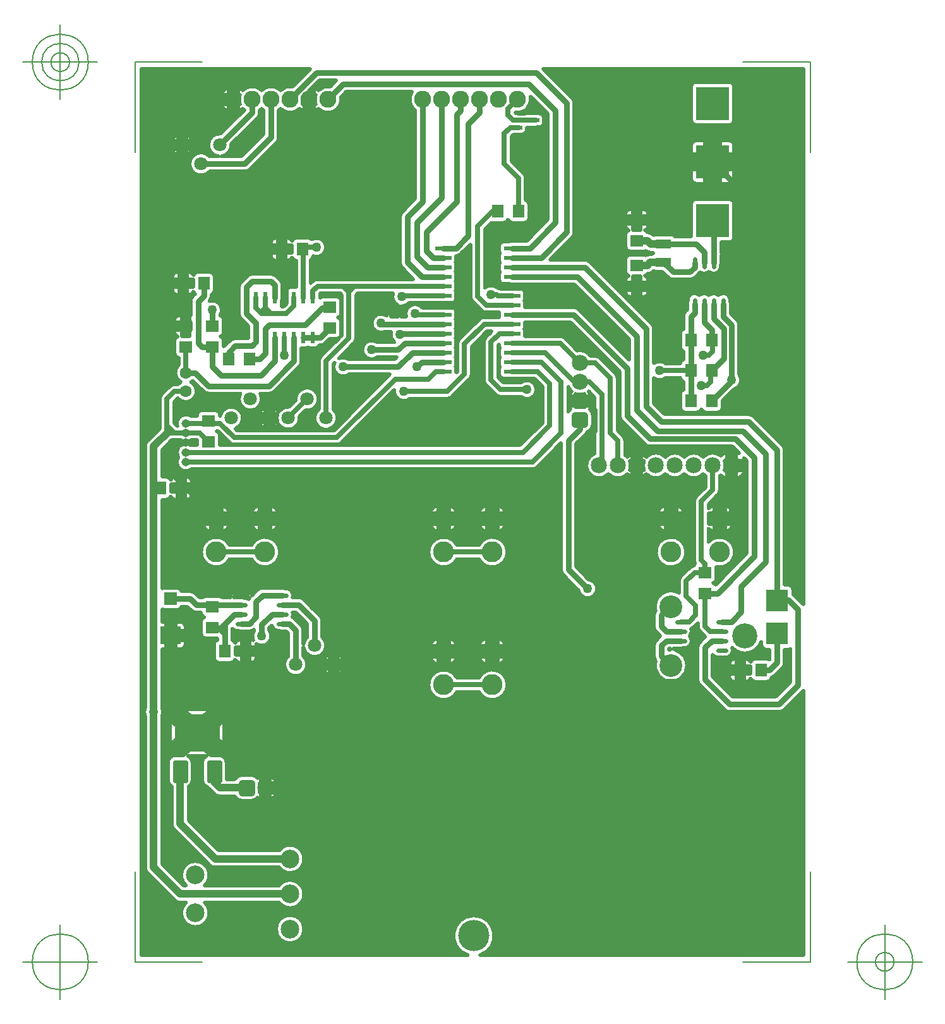
<source format=gbr>
G04 Generated by Ultiboard 14.0 *
%FSLAX33Y33*%
%MOMM*%

%ADD10C,0.001*%
%ADD11C,0.508*%
%ADD12C,0.762*%
%ADD13C,1.016*%
%ADD14C,0.635*%
%ADD15C,0.889*%
%ADD16C,0.127*%
%ADD17R,1.600X1.800*%
%ADD18R,0.021X1.016*%
%ADD19C,0.593*%
%ADD20R,1.800X1.600*%
%ADD21R,2.100X1.300*%
%ADD22R,4.500X4.500*%
%ADD23C,2.794*%
%ADD24R,1.016X0.021*%
%ADD25R,2.200X0.600*%
%ADD26C,1.800*%
%ADD27C,1.270*%
%ADD28C,1.600*%
%ADD29R,0.600X1.550*%
%ADD30R,1.164X1.164*%
%ADD31C,0.995*%
%ADD32C,2.159*%
%ADD33R,1.000X0.600*%
%ADD34C,2.286*%
%ADD35C,3.356*%
%ADD36C,3.048*%
%ADD37C,2.500*%
%ADD38R,1.397X2.413*%
%ADD39R,4.741X3.725*%
%ADD40R,1.270X1.270*%
%ADD41C,0.889*%
%ADD42R,1.778X1.651*%
%ADD43R,2.667X2.413*%
%ADD44C,1.143*%
%ADD45R,3.000X3.000*%
%ADD46C,4.191*%


G04 ColorRGB 0000FF for the following layer *
%LNCopper Bottom*%
%LPD*%
G54D10*
G36*
X22056Y70908D02*
X22056Y70908D01*
X21862Y70713D01*
X21862Y70713D01*
X21785Y70637D01*
X21785Y73711D01*
G74*
D01*
G03X22141Y74256I281J573*
G01*
G75*
D01*
G03X21959Y76531I465J1182*
G01*
G74*
D01*
G03X21504Y76722I455J446*
G01*
X21504Y76722D01*
X19904Y76722D01*
G75*
D01*
G03X19304Y76301I0J-638*
G01*
G74*
D01*
G03X18704Y76722I600J217*
G01*
X18704Y76722D01*
X18414Y76722D01*
X18414Y75694D01*
X19266Y75694D01*
X19266Y74674D01*
X18414Y74674D01*
X18414Y73646D01*
X18704Y73646D01*
G74*
D01*
G03X19304Y74067I0J638*
G01*
G74*
D01*
G03X19871Y73647I600J217*
G01*
X19871Y73647D01*
X19871Y70153D01*
G74*
D01*
G03X19858Y70153I6J638*
G01*
X19858Y70153D01*
X19258Y70153D01*
G75*
D01*
G03X18923Y70058I0J-638*
G01*
G74*
D01*
G03X18621Y70152I335J543*
G01*
X18621Y70152D01*
X18621Y69545D01*
G74*
D01*
G03X18620Y69515I636J36*
G01*
X18620Y69515D01*
X18620Y68930D01*
G74*
D01*
G03X18601Y68740I938J190*
G01*
X18601Y68740D01*
X18601Y67960D01*
X18146Y67505D01*
X17955Y67505D01*
X17955Y67935D01*
G75*
D01*
G03X17956Y67965I-636J36*
G01*
X17956Y67965D01*
X17956Y68337D01*
G75*
D01*
G03X18039Y68740I-937J403*
G01*
X18039Y68740D01*
X18039Y70358D01*
G74*
D01*
G03X17739Y71081I1021J0*
G01*
X17739Y71081D01*
X17233Y71587D01*
G74*
D01*
G03X16510Y71887I723J721*
G01*
X16510Y71887D01*
X13971Y71887D01*
G75*
D01*
G03X13248Y71588I-1J-1021*
G01*
X13248Y71588D01*
X12486Y70826D01*
G75*
D01*
G03X12187Y70103I722J-722*
G01*
X12187Y70103D01*
X12187Y66550D01*
G75*
D01*
G03X12486Y65826I1021J-2*
G01*
X12486Y65826D01*
X13457Y64855D01*
X13457Y63251D01*
X11685Y63251D01*
G75*
D01*
G03X10962Y62952I-1J-1021*
G01*
X10962Y62952D01*
X10174Y62164D01*
X10174Y62900D01*
G74*
D01*
G03X9753Y63500I638J0*
G01*
G75*
D01*
G03X10174Y64100I-217J600*
G01*
X10174Y64100D01*
X10174Y65700D01*
G74*
D01*
G03X9673Y66323I638J0*
G01*
G75*
D01*
G03X8237Y68262I-1034J735*
G01*
G75*
D01*
G03X8517Y68964I-740J702*
G01*
X8517Y68964D01*
X8517Y69113D01*
G75*
D01*
G03X8934Y69712I-221J599*
G01*
X8934Y69712D01*
X8934Y71512D01*
G74*
D01*
G03X8296Y72150I638J0*
G01*
X8296Y72150D01*
X6696Y72150D01*
G75*
D01*
G03X6096Y71729I0J-638*
G01*
G74*
D01*
G03X5496Y72150I600J217*
G01*
X5496Y72150D01*
X5206Y72150D01*
X5206Y71122D01*
X6058Y71122D01*
X6058Y70102D01*
X5206Y70102D01*
X5206Y69074D01*
X5496Y69074D01*
G74*
D01*
G03X6096Y69495I0J638*
G01*
G74*
D01*
G03X6300Y69212I600J217*
G01*
X6300Y69212D01*
X6009Y68921D01*
G75*
D01*
G03X5710Y68198I722J-722*
G01*
X5710Y68198D01*
X5710Y66338D01*
X5590Y66338D01*
X5590Y65410D01*
X5710Y65410D01*
X5710Y64390D01*
X5590Y64390D01*
X5590Y63538D01*
X4570Y63538D01*
X4570Y64390D01*
X3542Y64390D01*
X3542Y64100D01*
G75*
D01*
G03X3963Y63500I638J0*
G01*
G74*
D01*
G03X3542Y62900I217J600*
G01*
X3542Y62900D01*
X3542Y61300D01*
G75*
D01*
G03X4123Y60664I638J-1*
G01*
X4123Y60664D01*
X4123Y59723D01*
G75*
D01*
G03X4375Y57404I955J-1069*
G01*
G74*
D01*
G03X4011Y57111I706J1249*
G01*
X4011Y57111D01*
X3576Y57111D01*
G75*
D01*
G03X3295Y57069I-1J-957*
G01*
G74*
D01*
G03X2899Y56831I280J915*
G01*
X2899Y56831D01*
X1863Y55795D01*
G75*
D01*
G03X1583Y55116I677J-676*
G01*
X1583Y55116D01*
X1583Y51563D01*
X1583Y51561D01*
X1583Y51561D01*
X1583Y51213D01*
X-50Y49580D01*
G75*
D01*
G03X-387Y48767I811J-813*
G01*
X-387Y48767D01*
X-387Y13750D01*
G75*
D01*
G03X-387Y12666I1149J-542*
G01*
X-387Y12666D01*
X-387Y-7618D01*
G75*
D01*
G03X-50Y-8432I1149J-1*
G01*
X-50Y-8432D01*
X3506Y-11988D01*
G74*
D01*
G03X3953Y-12265I812J811*
G01*
G75*
D01*
G03X4318Y-12325I366J1088*
G01*
X4318Y-12325D01*
X5078Y-12325D01*
G75*
D01*
G03X7622Y-12325I1272J-1390*
G01*
X7622Y-12325D01*
X17555Y-12325D01*
G75*
D01*
G03X17555Y-10027I1494J1149*
G01*
X17555Y-10027D01*
X7622Y-10027D01*
G75*
D01*
G03X5078Y-10027I-1272J1390*
G01*
X5078Y-10027D01*
X4794Y-10027D01*
X1911Y-7144D01*
X1911Y12666D01*
G75*
D01*
G03X1911Y13750I-1149J542*
G01*
X1911Y13750D01*
X1911Y21613D01*
X2394Y21613D01*
X2394Y22804D01*
X1911Y22804D01*
X1911Y24112D01*
X2394Y24112D01*
X2394Y25303D01*
X1911Y25303D01*
X1911Y26945D01*
G75*
D01*
G03X2159Y26894I250J587*
G01*
X2159Y26894D01*
X3937Y26894D01*
G74*
D01*
G03X4544Y27337I1J639*
G01*
X4544Y27337D01*
X5255Y27337D01*
X5755Y26837D01*
G75*
D01*
G03X6478Y26538I722J722*
G01*
X6478Y26538D01*
X7098Y26538D01*
X7098Y26508D01*
G75*
D01*
G03X7519Y25908I638J0*
G01*
G74*
D01*
G03X7098Y25308I217J600*
G01*
X7098Y25308D01*
X7098Y23708D01*
G75*
D01*
G03X7736Y23070I638J0*
G01*
X7736Y23070D01*
X9263Y23070D01*
X9263Y22835D01*
G74*
D01*
G03X8846Y22236I221J599*
G01*
X8846Y22236D01*
X8846Y20436D01*
G75*
D01*
G03X9484Y19798I638J0*
G01*
X9484Y19798D01*
X11084Y19798D01*
G74*
D01*
G03X11684Y20219I0J638*
G01*
G75*
D01*
G03X12284Y19798I600J217*
G01*
X12284Y19798D01*
X12574Y19798D01*
X12574Y20826D01*
X11722Y20826D01*
X11722Y21846D01*
X12574Y21846D01*
X12574Y22874D01*
X12284Y22874D01*
G75*
D01*
G03X11684Y22453I0J-638*
G01*
G74*
D01*
G03X11305Y22835I600J216*
G01*
X11305Y22835D01*
X11305Y24361D01*
G75*
D01*
G03X11980Y24073I675J647*
G01*
X11980Y24073D01*
X12106Y24073D01*
G75*
D01*
G03X12488Y23998I384J945*
G01*
X12488Y23998D01*
X13589Y23998D01*
G74*
D01*
G03X14219Y24216I1J1021*
G01*
X14219Y24216D01*
X14219Y24123D01*
G75*
D01*
G03X14084Y22842I1020J-755*
G01*
G74*
D01*
G03X13884Y22874I200J606*
G01*
X13884Y22874D01*
X13594Y22874D01*
X13594Y21846D01*
X14522Y21846D01*
X14522Y22236D01*
G74*
D01*
G03X14516Y22325I638J2*
G01*
G75*
D01*
G03X16261Y24123I727J1040*
G01*
X16261Y24123D01*
X16261Y24469D01*
X16575Y24783D01*
G75*
D01*
G03X17484Y24073I908J226*
G01*
X17484Y24073D01*
X17609Y24073D01*
G75*
D01*
G03X17992Y23998I384J945*
G01*
X17992Y23998D01*
X18500Y23998D01*
X18791Y23707D01*
X18791Y20704D01*
G75*
D01*
G03X20833Y20704I1021J-1145*
G01*
X20833Y20704D01*
X20833Y21878D01*
G75*
D01*
G03X23373Y23244I1518J222*
G01*
X23373Y23244D01*
X23373Y25400D01*
G74*
D01*
G03X23073Y26123I1021J0*
G01*
X23073Y26123D01*
X21862Y27334D01*
X21834Y27362D01*
X20916Y28280D01*
G74*
D01*
G03X20193Y28580I723J721*
G01*
X20193Y28580D01*
X19405Y28580D01*
G75*
D01*
G03X19436Y28818I-904J239*
G01*
X19436Y28818D01*
X19436Y28840D01*
G74*
D01*
G03X18500Y29775I936J1*
G01*
X18500Y29775D01*
X18374Y29775D01*
G74*
D01*
G03X17992Y29850I384J945*
G01*
X17992Y29850D01*
X15367Y29850D01*
G75*
D01*
G03X14645Y29551I0J-1021*
G01*
X14645Y29551D01*
X13932Y28838D01*
X13932Y28840D01*
G74*
D01*
G03X13813Y29296I936J1*
G01*
X13813Y29296D01*
X13101Y28829D01*
X13618Y28490D01*
G74*
D01*
G03X13536Y28334I858J551*
G01*
G74*
D01*
G03X12996Y28505I539J764*
G01*
X12996Y28505D01*
X12871Y28505D01*
G74*
D01*
G03X12488Y28580I384J945*
G01*
X12488Y28580D01*
X11496Y28580D01*
X11876Y28829D01*
X11163Y29296D01*
G74*
D01*
G03X11044Y28840I816J456*
G01*
X11044Y28840D01*
X11044Y28818D01*
G75*
D01*
G03X11075Y28580I936J1*
G01*
X11075Y28580D01*
X9965Y28580D01*
G74*
D01*
G03X9536Y28746I429J471*
G01*
X9536Y28746D01*
X7736Y28746D01*
G75*
D01*
G03X7307Y28580I0J-638*
G01*
X7307Y28580D01*
X6900Y28580D01*
X6401Y29079D01*
G74*
D01*
G03X5678Y29379I723J721*
G01*
X5678Y29379D01*
X4544Y29379D01*
G74*
D01*
G03X3937Y29822I607J194*
G01*
X3937Y29822D01*
X2159Y29822D01*
G75*
D01*
G03X1911Y29771I2J-638*
G01*
X1911Y29771D01*
X1911Y41642D01*
X2448Y41642D01*
G74*
D01*
G03X3048Y42063I0J638*
G01*
G75*
D01*
G03X3648Y41642I600J217*
G01*
X3648Y41642D01*
X3938Y41642D01*
X3938Y42670D01*
X3086Y42670D01*
X3086Y43690D01*
X3938Y43690D01*
X3938Y44718D01*
X3648Y44718D01*
G75*
D01*
G03X3048Y44297I0J-638*
G01*
G74*
D01*
G03X2448Y44718I600J217*
G01*
X2448Y44718D01*
X1911Y44718D01*
X1911Y48292D01*
X3237Y49619D01*
X3525Y49619D01*
X3527Y49619D01*
X3527Y49619D01*
X4345Y49619D01*
G74*
D01*
G03X4907Y49382I734J957*
G01*
G75*
D01*
G03X4907Y49170I172J-106*
G01*
G74*
D01*
G03X4246Y48848I173J1194*
G01*
X4246Y48848D01*
X3952Y48848D01*
G74*
D01*
G03X4064Y48626I1127J429*
G01*
G75*
D01*
G03X4064Y47326I1016J-650*
G01*
G75*
D01*
G03X5815Y45719I1015J-652*
G01*
X5815Y45719D01*
X51502Y45719D01*
G74*
D01*
G03X52180Y46000I1J957*
G01*
X52180Y46000D01*
X55367Y49188D01*
X55367Y32259D01*
G75*
D01*
G03X55666Y31536I1021J-1*
G01*
X55666Y31536D01*
X57672Y29530D01*
G75*
D01*
G03X59116Y30974I1255J189*
G01*
X59116Y30974D01*
X57409Y32681D01*
X57409Y49107D01*
X58633Y50331D01*
G74*
D01*
G03X58855Y50663I721J723*
G01*
G75*
D01*
G03X59632Y51742I-360J1079*
G01*
X59632Y51742D01*
X59632Y52906D01*
G74*
D01*
G03X59233Y53771I1138J0*
G01*
G74*
D01*
G03X59515Y54256I1321J1092*
G01*
X59515Y54256D01*
X58520Y54256D01*
X58520Y54044D01*
G74*
D01*
G03X58494Y54044I13J1138*
G01*
X58494Y54044D01*
X57330Y54044D01*
G75*
D01*
G03X57304Y54044I-13J-1138*
G01*
X57304Y54044D01*
X57304Y54256D01*
X56329Y54256D01*
X56329Y55472D01*
X57304Y55472D01*
X57304Y55801D01*
G75*
D01*
G03X58520Y55801I608J1603*
G01*
X58520Y55801D01*
X58520Y55472D01*
X59515Y55472D01*
G74*
D01*
G03X59064Y56134I1603J607*
G01*
G74*
D01*
G03X59082Y56151I1168J1255*
G01*
X59082Y56151D01*
X59876Y55357D01*
X59876Y51362D01*
X59876Y51362D01*
X59876Y47843D01*
G75*
D01*
G03X61722Y45076I578J-1614*
G01*
G75*
D01*
G03X64262Y45076I1270J1151*
G01*
G74*
D01*
G03X64924Y44625I1269J1152*
G01*
X64924Y44625D01*
X64924Y45620D01*
X64595Y45620D01*
G75*
D01*
G03X64595Y46836I-1603J608*
G01*
X64595Y46836D01*
X64924Y46836D01*
X64924Y47831D01*
G74*
D01*
G03X64262Y47380I607J1603*
G01*
G74*
D01*
G03X63949Y47650I1268J1153*
G01*
X63949Y47650D01*
X63949Y49530D01*
G74*
D01*
G03X63668Y50208I957J1*
G01*
X63668Y50208D01*
X62933Y50942D01*
X62933Y57912D01*
G74*
D01*
G03X62652Y58590I957J1*
G01*
X62652Y58590D01*
X60622Y60620D01*
G74*
D01*
G03X59944Y60901I677J676*
G01*
X59944Y60901D01*
X59334Y60901D01*
G75*
D01*
G03X57583Y61627I-1422J-956*
G01*
X57583Y61627D01*
X55923Y63287D01*
G74*
D01*
G03X55245Y63568I677J676*
G01*
X55245Y63568D01*
X50534Y63568D01*
G75*
D01*
G03X50534Y63581I-638J7*
G01*
X50534Y63581D01*
X50534Y64181D01*
G74*
D01*
G03X50439Y64516I638J0*
G01*
G75*
D01*
G03X50534Y64851I-543J335*
G01*
X50534Y64851D01*
X50534Y65400D01*
X56600Y65400D01*
X63241Y58759D01*
X63241Y52833D01*
G75*
D01*
G03X63540Y52110I1021J-1*
G01*
X63540Y52110D01*
X64288Y51362D01*
X66588Y49062D01*
G75*
D01*
G03X67311Y48763I722J722*
G01*
X67311Y48763D01*
X78317Y48763D01*
X79200Y47881D01*
G74*
D01*
G03X78842Y47948I386J1071*
G01*
X78842Y47948D01*
X78842Y46838D01*
X79952Y46838D01*
G74*
D01*
G03X79885Y47196I1138J28*
G01*
X79885Y47196D01*
X80259Y46821D01*
X80259Y34459D01*
X76076Y30276D01*
G74*
D01*
G03X75793Y30480I500J395*
G01*
G75*
D01*
G03X76214Y31080I-217J600*
G01*
X76214Y31080D01*
X76214Y32638D01*
G75*
D01*
G03X75125Y36001I409J1990*
G01*
X75125Y36001D01*
X75125Y37743D01*
G74*
D01*
G03X75903Y37216I1498J1373*
G01*
X75903Y37216D01*
X75903Y38395D01*
X75125Y38395D01*
X75125Y39837D01*
X75903Y39837D01*
X75903Y41016D01*
G74*
D01*
G03X75125Y40489I719J1899*
G01*
X75125Y40489D01*
X75125Y41006D01*
X76368Y42248D01*
G75*
D01*
G03X76649Y42926I-676J677*
G01*
X76649Y42926D01*
X76649Y44806D01*
G74*
D01*
G03X76785Y44907I953J1425*
G01*
G74*
D01*
G03X77622Y44508I865J738*
G01*
X77622Y44508D01*
X77622Y45618D01*
X77294Y45618D01*
G75*
D01*
G03X77294Y46838I-1602J610*
G01*
X77294Y46838D01*
X77622Y46838D01*
X77622Y47948D01*
G74*
D01*
G03X76785Y47549I29J1138*
G01*
G75*
D01*
G03X74422Y47380I-1093J-1320*
G01*
G75*
D01*
G03X71882Y47380I-1270J-1151*
G01*
G75*
D01*
G03X69342Y47380I-1270J-1151*
G01*
G75*
D01*
G03X66802Y47380I-1270J-1151*
G01*
G74*
D01*
G03X66140Y47831I1269J1152*
G01*
X66140Y47831D01*
X66140Y46836D01*
X66469Y46836D01*
G75*
D01*
G03X66469Y45620I1603J-608*
G01*
X66469Y45620D01*
X66140Y45620D01*
X66140Y44625D01*
G74*
D01*
G03X66802Y45076I607J1603*
G01*
G75*
D01*
G03X69342Y45076I1270J1151*
G01*
G75*
D01*
G03X71882Y45076I1270J1151*
G01*
G75*
D01*
G03X74422Y45076I1270J1151*
G01*
G74*
D01*
G03X74735Y44806I1268J1153*
G01*
X74735Y44806D01*
X74735Y43322D01*
X73491Y42079D01*
G75*
D01*
G03X73211Y41400I677J-676*
G01*
X73211Y41400D01*
X73211Y33529D01*
G75*
D01*
G03X73306Y33112I957J-1*
G01*
G74*
D01*
G03X73155Y32829I469J432*
G01*
G74*
D01*
G03X72605Y32557I127J949*
G01*
X72605Y32557D01*
X71459Y31411D01*
G75*
D01*
G03X71179Y30733I677J-676*
G01*
X71179Y30733D01*
X71179Y29190D01*
G75*
D01*
G03X68015Y26772I-1077J-1870*
G01*
G75*
D01*
G03X67813Y26160I819J-610*
G01*
X67813Y26160D01*
X67813Y24639D01*
G75*
D01*
G03X68112Y23916I1021J-1*
G01*
X68112Y23916D01*
X68660Y23368D01*
X68112Y22820D01*
G75*
D01*
G03X67813Y22096I722J-722*
G01*
X67813Y22096D01*
X67813Y20689D01*
G75*
D01*
G03X68039Y20048I1021J0*
G01*
G75*
D01*
G03X71962Y20517I2065J-628*
G01*
G74*
D01*
G03X72190Y20555I39J934*
G01*
X72190Y20555D01*
X71691Y20881D01*
G74*
D01*
G03X70801Y21461I1587J1462*
G01*
X70801Y21461D01*
X70804Y21463D01*
X70424Y21712D01*
X71416Y21712D01*
G74*
D01*
G03X71799Y21787I1J1021*
G01*
X71799Y21787D01*
X71924Y21787D01*
G75*
D01*
G03X72860Y22722I1J935*
G01*
X72860Y22722D01*
X72860Y22744D01*
G74*
D01*
G03X72621Y23368I936J1*
G01*
G75*
D01*
G03X72860Y23992I-696J624*
G01*
X72860Y23992D01*
X72860Y24014D01*
G74*
D01*
G03X72795Y24357I936J0*
G01*
G74*
D01*
G03X73195Y24597I278J916*
G01*
X73195Y24597D01*
X73719Y25121D01*
X73719Y24639D01*
G75*
D01*
G03X73999Y23961I957J-2*
G01*
X73999Y23961D01*
X74634Y23326D01*
G74*
D01*
G03X74676Y23287I672J681*
G01*
X74676Y23287D01*
X73954Y22566D01*
G75*
D01*
G03X73655Y21843I722J-722*
G01*
X73655Y21843D01*
X73655Y17527D01*
G75*
D01*
G03X73954Y16804I1021J-1*
G01*
X73954Y16804D01*
X77256Y13502D01*
G75*
D01*
G03X77979Y13203I722J722*
G01*
X77979Y13203D01*
X84582Y13203D01*
G74*
D01*
G03X85305Y13503I0J1021*
G01*
X85305Y13503D01*
X87843Y16041D01*
G74*
D01*
G03X87862Y16061I731J713*
G01*
X87862Y16061D01*
X87862Y-19362D01*
X44528Y-19362D01*
G75*
D01*
G03X42848Y-19362I-840J2598*
G01*
X42848Y-19362D01*
X-862Y-19362D01*
X-862Y99362D01*
X21718Y99362D01*
X21718Y99362D01*
X19357Y97001D01*
G75*
D01*
G03X17780Y96494I-307J-1750*
G01*
G75*
D01*
G03X15240Y96494I-1270J-1243*
G01*
G75*
D01*
G03X12700Y96494I-1270J-1243*
G01*
G74*
D01*
G03X12060Y96912I1269J1244*
G01*
X12060Y96912D01*
X12060Y95880D01*
X12308Y95880D01*
G75*
D01*
G03X12308Y94620I1662J-630*
G01*
X12308Y94620D01*
X12060Y94620D01*
X12060Y93588D01*
G74*
D01*
G03X12700Y94006I629J1662*
G01*
G74*
D01*
G03X12891Y93837I1270J1243*
G01*
X12891Y93837D01*
X9741Y90686D01*
G75*
D01*
G03X9432Y87635I-109J-1530*
G01*
X9432Y87635D01*
X8258Y87635D01*
G75*
D01*
G03X8258Y85593I-1145J-1021*
G01*
X8258Y85593D01*
X12954Y85593D01*
G74*
D01*
G03X13677Y85893I0J1021*
G01*
X13677Y85893D01*
X17231Y89447D01*
G75*
D01*
G03X17531Y90170I-721J723*
G01*
X17531Y90170D01*
X17531Y93794D01*
G74*
D01*
G03X17780Y94006I1023J1454*
G01*
G75*
D01*
G03X20320Y94006I1270J1243*
G01*
G74*
D01*
G03X20960Y93588I1269J1244*
G01*
X20960Y93588D01*
X20960Y94620D01*
X20712Y94620D01*
G75*
D01*
G03X20801Y95557I-1661J631*
G01*
X20801Y95557D01*
X21862Y96618D01*
X21862Y96618D01*
X23029Y97785D01*
X25221Y97785D01*
X24437Y97001D01*
G75*
D01*
G03X22860Y96494I-307J-1750*
G01*
G74*
D01*
G03X22220Y96912I1269J1244*
G01*
X22220Y96912D01*
X22220Y95880D01*
X22468Y95880D01*
G75*
D01*
G03X22468Y94620I1662J-630*
G01*
X22468Y94620D01*
X22220Y94620D01*
X22220Y93588D01*
G74*
D01*
G03X22860Y94006I629J1662*
G01*
G75*
D01*
G03X25881Y95557I1271J1242*
G01*
X25881Y95557D01*
X26585Y96261D01*
X35367Y96261D01*
G75*
D01*
G03X35809Y93794I1463J-1011*
G01*
X35809Y93794D01*
X35809Y81957D01*
X34076Y80224D01*
G75*
D01*
G03X33777Y79501I722J-722*
G01*
X33777Y79501D01*
X33777Y73408D01*
G75*
D01*
G03X34076Y72684I1021J-2*
G01*
X34076Y72684D01*
X35572Y71188D01*
X27687Y71188D01*
X27685Y71188D01*
X27685Y71188D01*
X26163Y71188D01*
X26161Y71188D01*
X26161Y71188D01*
X22734Y71188D01*
G75*
D01*
G03X22056Y70908I-2J-957*
G01*
D02*
G37*
%LPC*%
G36*
X21862Y95753D02*
G75*
D01*
G03X21862Y95753I-272J-503*
G01*
D02*
G37*
G36*
X69862Y39703D02*
G75*
D01*
G03X69862Y39703I242J-587*
G01*
D02*
G37*
G36*
X69862Y36646D02*
G75*
D01*
G03X69862Y36646I242J-2017*
G01*
D02*
G37*
G36*
X44351Y35586D02*
X44351Y35586D01*
X41416Y35586D01*
G75*
D01*
G03X41416Y33672I-1791J-957*
G01*
X41416Y33672D01*
X44351Y33672D01*
G75*
D01*
G03X44351Y35586I1791J957*
G01*
D02*
G37*
G36*
X45862Y38547D02*
G75*
D01*
G03X45862Y38547I281J569*
G01*
D02*
G37*
G36*
X5467Y3233D02*
G75*
D01*
G03X5952Y4053I-450J820*
G01*
X5952Y4053D01*
X5952Y6466D01*
G74*
D01*
G03X5382Y7328I936J1*
G01*
X5382Y7328D01*
X7826Y7328D01*
G74*
D01*
G03X7256Y6466I366J861*
G01*
X7256Y6466D01*
X7256Y4053D01*
G75*
D01*
G03X7951Y3149I936J0*
G01*
G74*
D01*
G03X8078Y2998I939J661*
G01*
X8078Y2998D01*
X8840Y2236D01*
G75*
D01*
G03X9653Y1899I813J811*
G01*
X9653Y1899D01*
X11618Y1899D01*
G75*
D01*
G03X12573Y1328I955J513*
G01*
X12573Y1328D01*
X13843Y1328D01*
G74*
D01*
G03X14672Y1713I0J1085*
G01*
G74*
D01*
G03X15140Y1445I1075J1335*
G01*
X15140Y1445D01*
X15140Y2440D01*
X14928Y2440D01*
X14928Y3656D01*
X15140Y3656D01*
X15140Y4651D01*
G74*
D01*
G03X14672Y4383I607J1603*
G01*
G74*
D01*
G03X13843Y4768I829J700*
G01*
X13843Y4768D01*
X12573Y4768D01*
G75*
D01*
G03X11618Y4197I1J-1085*
G01*
X11618Y4197D01*
X10524Y4197D01*
X10524Y6466D01*
G74*
D01*
G03X9588Y7402I936J0*
G01*
X9588Y7402D01*
X8458Y7402D01*
X6604Y8998D01*
X4750Y7402D01*
X3620Y7402D01*
G75*
D01*
G03X2684Y6466I0J-936*
G01*
X2684Y6466D01*
X2684Y4053D01*
G75*
D01*
G03X3169Y3233I936J0*
G01*
X3169Y3233D01*
X3169Y-1776D01*
G75*
D01*
G03X3506Y-2590I1149J-1*
G01*
X3506Y-2590D01*
X8204Y-7288D01*
G75*
D01*
G03X9017Y-7625I813J811*
G01*
X9017Y-7625D01*
X17555Y-7625D01*
G75*
D01*
G03X17555Y-5327I1494J1149*
G01*
X17555Y-5327D01*
X9492Y-5327D01*
X5467Y-1302D01*
X5467Y3233D01*
D02*
G37*
G36*
X15349Y3362D02*
G75*
D01*
G03X15349Y3362I399J-314*
G01*
D02*
G37*
G36*
X44351Y15892D02*
G75*
D01*
G03X44351Y17806I1791J957*
G01*
X44351Y17806D01*
X41416Y17806D01*
G75*
D01*
G03X41416Y15892I-1791J-957*
G01*
X41416Y15892D01*
X44351Y15892D01*
D02*
G37*
G36*
X45862Y20767D02*
G75*
D01*
G03X45862Y20767I281J569*
G01*
D02*
G37*
G36*
X57404Y54864D02*
G75*
D01*
G03X57404Y54864I508J0*
G01*
D02*
G37*
G36*
X70825Y41016D02*
X70825Y41016D01*
X70825Y39837D01*
X72004Y39837D01*
G74*
D01*
G03X70825Y41016I1900J721*
G01*
D02*
G37*
G36*
X72004Y38395D02*
X72004Y38395D01*
X70825Y38395D01*
X70825Y37216D01*
G74*
D01*
G03X72004Y38395I721J1900*
G01*
D02*
G37*
G36*
X77724Y46228D02*
G75*
D01*
G03X77724Y46228I508J0*
G01*
D02*
G37*
G36*
X78842Y44508D02*
G74*
D01*
G03X79952Y45618I28J1138*
G01*
X79952Y45618D01*
X78842Y45618D01*
X78842Y44508D01*
D02*
G37*
G36*
X77344Y41016D02*
X77344Y41016D01*
X77344Y39837D01*
X78523Y39837D01*
G74*
D01*
G03X77344Y41016I1900J721*
G01*
D02*
G37*
G36*
X75988Y39116D02*
G75*
D01*
G03X75988Y39116I635J0*
G01*
D02*
G37*
G36*
X78523Y38395D02*
X78523Y38395D01*
X77344Y38395D01*
X77344Y37216D01*
G74*
D01*
G03X78523Y38395I721J1900*
G01*
D02*
G37*
G36*
X72741Y20996D02*
G75*
D01*
G03X72860Y21452I-816J456*
G01*
X72860Y21452D01*
X72860Y21474D01*
G74*
D01*
G03X72741Y21930I936J1*
G01*
X72741Y21930D01*
X72029Y21463D01*
X72741Y20996D01*
D02*
G37*
G36*
X38903Y37216D02*
X38903Y37216D01*
X38903Y38395D01*
X37724Y38395D01*
G74*
D01*
G03X38903Y37216I1900J721*
G01*
D02*
G37*
G36*
X41524Y38395D02*
X41524Y38395D01*
X40345Y38395D01*
X40345Y37216D01*
G74*
D01*
G03X41524Y38395I721J1900*
G01*
D02*
G37*
G36*
X45423Y37216D02*
X45423Y37216D01*
X45423Y38395D01*
X44243Y38395D01*
G74*
D01*
G03X45423Y37216I1900J721*
G01*
D02*
G37*
G36*
X37724Y39837D02*
X37724Y39837D01*
X38903Y39837D01*
X38903Y41016D01*
G74*
D01*
G03X37724Y39837I721J1900*
G01*
D02*
G37*
G36*
X38989Y39116D02*
G75*
D01*
G03X38989Y39116I635J0*
G01*
D02*
G37*
G36*
X40345Y41016D02*
X40345Y41016D01*
X40345Y39837D01*
X41524Y39837D01*
G74*
D01*
G03X40345Y41016I1900J721*
G01*
D02*
G37*
G36*
X44243Y39837D02*
X44243Y39837D01*
X45423Y39837D01*
X45423Y41016D01*
G74*
D01*
G03X44243Y39837I719J1900*
G01*
D02*
G37*
G36*
X13262Y29737D02*
G74*
D01*
G03X12996Y29775I264J897*
G01*
X12996Y29775D01*
X11980Y29775D01*
G75*
D01*
G03X11715Y29737I-1J-935*
G01*
X11715Y29737D01*
X12488Y29230D01*
X13262Y29737D01*
D02*
G37*
G36*
X5248Y44718D02*
X5248Y44718D01*
X4958Y44718D01*
X4958Y43690D01*
X5886Y43690D01*
X5886Y44080D01*
G74*
D01*
G03X5248Y44718I638J0*
G01*
D02*
G37*
G36*
X5248Y41642D02*
G75*
D01*
G03X5886Y42280I0J638*
G01*
X5886Y42280D01*
X5886Y42670D01*
X4958Y42670D01*
X4958Y41642D01*
X5248Y41642D01*
D02*
G37*
G36*
X16384Y41016D02*
X16384Y41016D01*
X16384Y39837D01*
X17563Y39837D01*
G74*
D01*
G03X16384Y41016I1900J721*
G01*
D02*
G37*
G36*
X15028Y39116D02*
G75*
D01*
G03X15028Y39116I635J0*
G01*
D02*
G37*
G36*
X13763Y39837D02*
X13763Y39837D01*
X14943Y39837D01*
X14943Y41016D01*
G74*
D01*
G03X13763Y39837I719J1900*
G01*
D02*
G37*
G36*
X8509Y39116D02*
G75*
D01*
G03X8509Y39116I635J0*
G01*
D02*
G37*
G36*
X9865Y41016D02*
X9865Y41016D01*
X9865Y39837D01*
X11044Y39837D01*
G74*
D01*
G03X9865Y41016I1900J721*
G01*
D02*
G37*
G36*
X7244Y39837D02*
X7244Y39837D01*
X8423Y39837D01*
X8423Y41016D01*
G74*
D01*
G03X7244Y39837I721J1900*
G01*
D02*
G37*
G36*
X17563Y38395D02*
X17563Y38395D01*
X16384Y38395D01*
X16384Y37216D01*
G74*
D01*
G03X17563Y38395I721J1900*
G01*
D02*
G37*
G36*
X14943Y37216D02*
X14943Y37216D01*
X14943Y38395D01*
X13763Y38395D01*
G74*
D01*
G03X14943Y37216I1900J721*
G01*
D02*
G37*
G36*
X11044Y38395D02*
X11044Y38395D01*
X9865Y38395D01*
X9865Y37216D01*
G74*
D01*
G03X11044Y38395I721J1900*
G01*
D02*
G37*
G36*
X8423Y37216D02*
X8423Y37216D01*
X8423Y38395D01*
X7244Y38395D01*
G74*
D01*
G03X8423Y37216I1900J721*
G01*
D02*
G37*
G36*
X13871Y35586D02*
X13871Y35586D01*
X10936Y35586D01*
G75*
D01*
G03X10936Y33672I-1791J-957*
G01*
X10936Y33672D01*
X13871Y33672D01*
G75*
D01*
G03X13871Y35586I1791J957*
G01*
D02*
G37*
G36*
X5020Y24665D02*
G74*
D01*
G03X4382Y25303I638J0*
G01*
X4382Y25303D01*
X3702Y25303D01*
X3702Y24112D01*
X5020Y24112D01*
X5020Y24665D01*
D02*
G37*
G36*
X4382Y21613D02*
G75*
D01*
G03X5020Y22252I-1J639*
G01*
X5020Y22252D01*
X5020Y22804D01*
X3702Y22804D01*
X3702Y21613D01*
X4382Y21613D01*
D02*
G37*
G36*
X13884Y19798D02*
G75*
D01*
G03X14522Y20436I0J638*
G01*
X14522Y20436D01*
X14522Y20826D01*
X13594Y20826D01*
X13594Y19798D01*
X13884Y19798D01*
D02*
G37*
G36*
X5034Y10414D02*
G75*
D01*
G03X5034Y10414I300J0*
G01*
D02*
G37*
G36*
X4884Y9227D02*
X4884Y9227D01*
X4884Y9964D01*
X4313Y9964D01*
X4898Y10467D01*
X4436Y10864D01*
X4884Y10864D01*
X4884Y11601D01*
G74*
D01*
G03X4230Y11042I449J1187*
G01*
X4230Y11042D01*
X2957Y12137D01*
X2957Y8797D01*
X4192Y9859D01*
G74*
D01*
G03X4884Y9227I1141J555*
G01*
D02*
G37*
G36*
X8544Y13606D02*
X8544Y13606D01*
X4663Y13606D01*
X6604Y11936D01*
X8544Y13606D01*
D02*
G37*
G36*
X10251Y8797D02*
X10251Y8797D01*
X10251Y12137D01*
X8310Y10467D01*
X10251Y8797D01*
D02*
G37*
G36*
X5784Y11601D02*
X5784Y11601D01*
X5784Y10864D01*
X6521Y10864D01*
G74*
D01*
G03X5784Y11601I1187J450*
G01*
D02*
G37*
G36*
X6521Y9964D02*
X6521Y9964D01*
X5784Y9964D01*
X5784Y9227D01*
G74*
D01*
G03X6521Y9964I450J1187*
G01*
D02*
G37*
G36*
X16356Y4651D02*
X16356Y4651D01*
X16356Y3656D01*
X17351Y3656D01*
G74*
D01*
G03X16356Y4651I1603J608*
G01*
D02*
G37*
G36*
X16466Y74284D02*
G75*
D01*
G03X17104Y73646I638J0*
G01*
X17104Y73646D01*
X17394Y73646D01*
X17394Y74674D01*
X16466Y74674D01*
X16466Y74284D01*
D02*
G37*
G36*
X3896Y72150D02*
G75*
D01*
G03X3258Y71512I0J-638*
G01*
X3258Y71512D01*
X3258Y71122D01*
X4186Y71122D01*
X4186Y72150D01*
X3896Y72150D01*
D02*
G37*
G36*
X3258Y69712D02*
G75*
D01*
G03X3896Y69074I638J0*
G01*
X3896Y69074D01*
X4186Y69074D01*
X4186Y70102D01*
X3258Y70102D01*
X3258Y69712D01*
D02*
G37*
G36*
X4180Y66338D02*
G75*
D01*
G03X3542Y65700I0J-638*
G01*
X3542Y65700D01*
X3542Y65410D01*
X4570Y65410D01*
X4570Y66338D01*
X4180Y66338D01*
D02*
G37*
G36*
X17165Y-15876D02*
G75*
D01*
G03X17165Y-15876I1885J0*
G01*
D02*
G37*
G36*
X17351Y2440D02*
X17351Y2440D01*
X16356Y2440D01*
X16356Y1445D01*
G74*
D01*
G03X17351Y2440I608J1603*
G01*
D02*
G37*
G36*
X6007Y88610D02*
X6007Y88610D01*
X5116Y88610D01*
X5116Y87719D01*
G74*
D01*
G03X6007Y88610I543J1434*
G01*
D02*
G37*
G36*
X10800Y93588D02*
X10800Y93588D01*
X10800Y94620D01*
X9768Y94620D01*
G74*
D01*
G03X10800Y93588I1662J630*
G01*
D02*
G37*
G36*
X17104Y76722D02*
G75*
D01*
G03X16466Y76084I0J-638*
G01*
X16466Y76084D01*
X16466Y75694D01*
X17394Y75694D01*
X17394Y76722D01*
X17104Y76722D01*
D02*
G37*
G36*
X4028Y87719D02*
X4028Y87719D01*
X4028Y88610D01*
X3137Y88610D01*
G74*
D01*
G03X4028Y87719I1434J543*
G01*
D02*
G37*
G36*
X3137Y89698D02*
X3137Y89698D01*
X4028Y89698D01*
X4028Y90589D01*
G74*
D01*
G03X3137Y89698I543J1434*
G01*
D02*
G37*
G36*
X5116Y90589D02*
X5116Y90589D01*
X5116Y89698D01*
X6007Y89698D01*
G74*
D01*
G03X5116Y90589I1434J543*
G01*
D02*
G37*
G36*
X4197Y89154D02*
G75*
D01*
G03X4197Y89154I375J0*
G01*
D02*
G37*
G36*
X9768Y95880D02*
X9768Y95880D01*
X10800Y95880D01*
X10800Y96912D01*
G74*
D01*
G03X9768Y95880I630J1662*
G01*
D02*
G37*
G36*
X10859Y95250D02*
G75*
D01*
G03X10859Y95250I571J0*
G01*
D02*
G37*
G36*
X48043Y20615D02*
X48043Y20615D01*
X46864Y20615D01*
X46864Y19436D01*
G74*
D01*
G03X48043Y20615I721J1900*
G01*
D02*
G37*
G36*
X46864Y23236D02*
X46864Y23236D01*
X46864Y22057D01*
X48043Y22057D01*
G74*
D01*
G03X46864Y23236I1900J721*
G01*
D02*
G37*
G36*
X48043Y38395D02*
X48043Y38395D01*
X46864Y38395D01*
X46864Y37216D01*
G74*
D01*
G03X48043Y38395I721J1900*
G01*
D02*
G37*
G36*
X69383Y37216D02*
X69383Y37216D01*
X69383Y38395D01*
X68204Y38395D01*
G74*
D01*
G03X69383Y37216I1900J721*
G01*
D02*
G37*
G36*
X46864Y41016D02*
X46864Y41016D01*
X46864Y39837D01*
X48043Y39837D01*
G74*
D01*
G03X46864Y41016I1900J721*
G01*
D02*
G37*
G36*
X68204Y39837D02*
X68204Y39837D01*
X69383Y39837D01*
X69383Y41016D01*
G74*
D01*
G03X68204Y39837I721J1900*
G01*
D02*
G37*
G36*
X65024Y46228D02*
G75*
D01*
G03X65024Y46228I508J0*
G01*
D02*
G37*
G36*
X23457Y20102D02*
X23457Y20102D01*
X24348Y20102D01*
X24348Y20993D01*
G74*
D01*
G03X23457Y20102I543J1434*
G01*
D02*
G37*
G36*
X24348Y18123D02*
X24348Y18123D01*
X24348Y19014D01*
X23457Y19014D01*
G74*
D01*
G03X24348Y18123I1434J543*
G01*
D02*
G37*
G36*
X26327Y19014D02*
X26327Y19014D01*
X25436Y19014D01*
X25436Y18123D01*
G74*
D01*
G03X26327Y19014I543J1434*
G01*
D02*
G37*
G36*
X24517Y19558D02*
G75*
D01*
G03X24517Y19558I375J0*
G01*
D02*
G37*
G36*
X38903Y19436D02*
X38903Y19436D01*
X38903Y20615D01*
X37724Y20615D01*
G74*
D01*
G03X38903Y19436I1900J721*
G01*
D02*
G37*
G36*
X41524Y20615D02*
X41524Y20615D01*
X40345Y20615D01*
X40345Y19436D01*
G74*
D01*
G03X41524Y20615I721J1900*
G01*
D02*
G37*
G36*
X45423Y19436D02*
X45423Y19436D01*
X45423Y20615D01*
X44243Y20615D01*
G74*
D01*
G03X45423Y19436I1900J721*
G01*
D02*
G37*
G36*
X25436Y20993D02*
X25436Y20993D01*
X25436Y20102D01*
X26327Y20102D01*
G74*
D01*
G03X25436Y20993I1434J543*
G01*
D02*
G37*
G36*
X38989Y21336D02*
G75*
D01*
G03X38989Y21336I635J0*
G01*
D02*
G37*
G36*
X37724Y22057D02*
X37724Y22057D01*
X38903Y22057D01*
X38903Y23236D01*
G74*
D01*
G03X37724Y22057I721J1900*
G01*
D02*
G37*
G36*
X40345Y23236D02*
X40345Y23236D01*
X40345Y22057D01*
X41524Y22057D01*
G74*
D01*
G03X40345Y23236I1900J721*
G01*
D02*
G37*
G36*
X44243Y22057D02*
X44243Y22057D01*
X45423Y22057D01*
X45423Y23236D01*
G74*
D01*
G03X44243Y22057I719J1900*
G01*
D02*
G37*
%LPD*%
G36*
X87862Y27627D02*
X87862Y27627D01*
X87862Y99362D01*
X52958Y99362D01*
X52958Y99362D01*
X56855Y95465D01*
G74*
D01*
G02X57155Y94742I721J723*
G01*
X57155Y94742D01*
X57155Y77470D01*
G75*
D01*
G02X56855Y76747I-1021J0*
G01*
X56855Y76747D01*
X53900Y73792D01*
X58546Y73792D01*
G75*
D01*
G02X58813Y73757I2J-1021*
G01*
G74*
D01*
G02X59270Y73492I266J986*
G01*
X59270Y73492D01*
X67523Y65239D01*
G74*
D01*
G02X67823Y64516I721J723*
G01*
X67823Y64516D01*
X67823Y59948D01*
G75*
D01*
G02X69415Y59885I757J-1020*
G01*
X69415Y59885D01*
X71332Y59885D01*
G74*
D01*
G02X71747Y60427I635J57*
G01*
X71747Y60427D01*
X71747Y61493D01*
G75*
D01*
G02X71330Y62092I221J599*
G01*
X71330Y62092D01*
X71330Y63892D01*
G74*
D01*
G02X71747Y64491I638J0*
G01*
X71747Y64491D01*
X71747Y66162D01*
G75*
D01*
G02X72046Y66886I1021J2*
G01*
X72046Y66886D01*
X72258Y67098D01*
X72258Y67860D01*
G74*
D01*
G02X72333Y68243I1021J1*
G01*
X72333Y68243D01*
X72333Y68368D01*
G75*
D01*
G02X73268Y69304I935J1*
G01*
X73268Y69304D01*
X73290Y69304D01*
G74*
D01*
G02X73914Y69065I1J936*
G01*
G75*
D01*
G02X74538Y69304I624J-696*
G01*
X74538Y69304D01*
X74560Y69304D01*
G74*
D01*
G02X75184Y69065I1J936*
G01*
G75*
D01*
G02X75808Y69304I624J-696*
G01*
X75808Y69304D01*
X75830Y69304D01*
G74*
D01*
G02X76454Y69065I1J936*
G01*
G75*
D01*
G02X77078Y69304I624J-696*
G01*
X77078Y69304D01*
X77100Y69304D01*
G74*
D01*
G02X78035Y68368I1J936*
G01*
X78035Y68368D01*
X78035Y68243D01*
G74*
D01*
G02X78110Y67860I945J384*
G01*
X78110Y67860D01*
X78110Y66590D01*
X78953Y65747D01*
G74*
D01*
G02X79253Y65024I721J723*
G01*
X79253Y65024D01*
X79253Y58413D01*
G75*
D01*
G02X78586Y56438I-1019J-756*
G01*
X78586Y56438D01*
X77006Y54858D01*
X77006Y53964D01*
G75*
D01*
G02X76368Y53326I-638J0*
G01*
X76368Y53326D01*
X74768Y53326D01*
G75*
D01*
G02X74168Y53747I0J638*
G01*
G74*
D01*
G02X73568Y53326I600J217*
G01*
X73568Y53326D01*
X71968Y53326D01*
G75*
D01*
G02X71330Y53964I0J638*
G01*
X71330Y53964D01*
X71330Y55764D01*
G74*
D01*
G02X71747Y56363I638J0*
G01*
X71747Y56363D01*
X71747Y57429D01*
G74*
D01*
G02X71332Y57971I220J599*
G01*
X71332Y57971D01*
X69415Y57971D01*
G75*
D01*
G02X67823Y57908I-835J957*
G01*
X67823Y57908D01*
X67823Y54525D01*
X69257Y53091D01*
X80518Y53091D01*
G74*
D01*
G02X81241Y52791I0J1021*
G01*
X81241Y52791D01*
X82670Y51362D01*
X85049Y48983D01*
G74*
D01*
G02X85349Y48260I721J723*
G01*
X85349Y48260D01*
X85349Y30246D01*
X85828Y30246D01*
G74*
D01*
G02X86466Y29608I0J638*
G01*
X86466Y29608D01*
X86466Y29010D01*
G74*
D01*
G02X86574Y28916I615J815*
G01*
X86574Y28916D01*
X87843Y27647D01*
G74*
D01*
G02X87862Y27627I731J713*
G01*
D02*
G37*
%LPC*%
G36*
X76840Y74777D02*
G75*
D01*
G02X77078Y74808I239J-904*
G01*
X77078Y74808D01*
X77100Y74808D01*
G74*
D01*
G02X77556Y74689I1J936*
G01*
X77556Y74689D01*
X77089Y73976D01*
X76840Y74356D01*
X76840Y73364D01*
G75*
D01*
G02X76765Y72981I-1021J1*
G01*
X76765Y72981D01*
X76765Y72856D01*
G75*
D01*
G02X75830Y71920I-935J-1*
G01*
X75830Y71920D01*
X75808Y71920D01*
G75*
D01*
G02X75184Y72159I1J936*
G01*
G74*
D01*
G02X74560Y71920I624J696*
G01*
X74560Y71920D01*
X74538Y71920D01*
G75*
D01*
G02X74024Y72073I-1J936*
G01*
G74*
D01*
G02X74000Y72048I748J694*
G01*
X74000Y72048D01*
X73367Y71415D01*
G74*
D01*
G02X72766Y71122I723J721*
G01*
G75*
D01*
G02X72643Y71115I-119J1014*
G01*
X72643Y71115D01*
X70428Y71115D01*
G75*
D01*
G02X70369Y71117I5J1021*
G01*
G74*
D01*
G02X69706Y71414I58J1018*
G01*
X69706Y71414D01*
X68932Y72188D01*
X68038Y72188D01*
G75*
D01*
G02X67774Y72245I0J638*
G01*
X67774Y72245D01*
X67745Y72217D01*
G74*
D01*
G02X66967Y71880I813J810*
G01*
G74*
D01*
G02X66649Y71628I535J348*
G01*
G74*
D01*
G02X67070Y71028I217J600*
G01*
X67070Y71028D01*
X67070Y70738D01*
X66042Y70738D01*
X66042Y71590D01*
X65022Y71590D01*
X65022Y70738D01*
X63994Y70738D01*
X63994Y71028D01*
G74*
D01*
G02X64415Y71628I638J0*
G01*
G75*
D01*
G02X63994Y72228I217J600*
G01*
X63994Y72228D01*
X63994Y73828D01*
G75*
D01*
G02X64632Y74466I638J0*
G01*
X64632Y74466D01*
X66432Y74466D01*
G74*
D01*
G02X66725Y74395I1J638*
G01*
G75*
D01*
G02X67311Y74555I585J-989*
G01*
X67311Y74555D01*
X67565Y74555D01*
G74*
D01*
G02X67715Y74676I471J430*
G01*
G74*
D01*
G02X67640Y74727I320J551*
G01*
X67640Y74727D01*
X67381Y74727D01*
G75*
D01*
G02X66705Y74947I0J1149*
G01*
G74*
D01*
G02X66432Y74886I272J577*
G01*
X66432Y74886D01*
X64632Y74886D01*
G75*
D01*
G02X63994Y75524I0J638*
G01*
X63994Y75524D01*
X63994Y77124D01*
G74*
D01*
G02X64415Y77724I638J0*
G01*
G75*
D01*
G02X63994Y78324I217J600*
G01*
X63994Y78324D01*
X63994Y78614D01*
X65022Y78614D01*
X65022Y77762D01*
X66042Y77762D01*
X66042Y78614D01*
X67070Y78614D01*
X67070Y78324D01*
G75*
D01*
G02X66649Y77724I-638J0*
G01*
G74*
D01*
G02X66967Y77472I217J600*
G01*
G74*
D01*
G02X67745Y77135I35J1147*
G01*
X67745Y77135D01*
X67774Y77107D01*
G75*
D01*
G02X68038Y77164I264J-581*
G01*
X68038Y77164D01*
X70138Y77164D01*
G74*
D01*
G02X70657Y76897I0J638*
G01*
X70657Y76897D01*
X72804Y76897D01*
X72804Y81268D01*
G75*
D01*
G02X73442Y81906I638J0*
G01*
X73442Y81906D01*
X77942Y81906D01*
G74*
D01*
G02X78580Y81268I0J638*
G01*
X78580Y81268D01*
X78580Y76768D01*
G75*
D01*
G02X77942Y76130I-638J0*
G01*
X77942Y76130D01*
X76840Y76130D01*
X76840Y74777D01*
D02*
G37*
G36*
X66432Y68790D02*
X66432Y68790D01*
X66042Y68790D01*
X66042Y69718D01*
X67070Y69718D01*
X67070Y69428D01*
G75*
D01*
G02X66432Y68790I-638J0*
G01*
D02*
G37*
G36*
X63994Y69428D02*
X63994Y69428D01*
X63994Y69718D01*
X65022Y69718D01*
X65022Y68790D01*
X64632Y68790D01*
G75*
D01*
G02X63994Y69428I0J638*
G01*
D02*
G37*
G36*
X61385Y75242D02*
G74*
D01*
G02X60648Y74505I1187J450*
G01*
X60648Y74505D01*
X60648Y75242D01*
X61385Y75242D01*
D02*
G37*
G36*
X59748Y74505D02*
G74*
D01*
G02X59011Y75242I450J1187*
G01*
X59011Y75242D01*
X59748Y75242D01*
X59748Y74505D01*
D02*
G37*
G36*
X67070Y79924D02*
X67070Y79924D01*
X67070Y79634D01*
X66042Y79634D01*
X66042Y80562D01*
X66432Y80562D01*
G74*
D01*
G02X67070Y79924I0J638*
G01*
D02*
G37*
G36*
X64632Y80562D02*
X64632Y80562D01*
X65022Y80562D01*
X65022Y79634D01*
X63994Y79634D01*
X63994Y79924D01*
G75*
D01*
G02X64632Y80562I638J0*
G01*
D02*
G37*
G36*
X60648Y76879D02*
G74*
D01*
G02X61385Y76142I450J1187*
G01*
X61385Y76142D01*
X60648Y76142D01*
X60648Y76879D01*
D02*
G37*
G36*
X59011Y76142D02*
G74*
D01*
G02X59748Y76879I1187J450*
G01*
X59748Y76879D01*
X59748Y76142D01*
X59011Y76142D01*
D02*
G37*
G36*
X59898Y75692D02*
G75*
D01*
G02X59898Y75692I300J0*
G01*
D02*
G37*
G36*
X72804Y84618D02*
X72804Y84618D01*
X72804Y85844D01*
X74668Y85844D01*
X74668Y83980D01*
X73442Y83980D01*
G75*
D01*
G02X72804Y84618I0J638*
G01*
D02*
G37*
G36*
X77942Y83980D02*
X77942Y83980D01*
X76716Y83980D01*
X76716Y85844D01*
X78580Y85844D01*
X78580Y84618D01*
G75*
D01*
G02X77942Y83980I-638J0*
G01*
D02*
G37*
G36*
X72804Y89118D02*
G75*
D01*
G02X73442Y89756I638J0*
G01*
X73442Y89756D01*
X74668Y89756D01*
X74668Y87892D01*
X72804Y87892D01*
X72804Y89118D01*
D02*
G37*
G36*
X78580Y89118D02*
X78580Y89118D01*
X78580Y87892D01*
X76716Y87892D01*
X76716Y89756D01*
X77942Y89756D01*
G74*
D01*
G02X78580Y89118I0J638*
G01*
D02*
G37*
G36*
X72804Y96968D02*
G75*
D01*
G02X73442Y97606I638J0*
G01*
X73442Y97606D01*
X77942Y97606D01*
G74*
D01*
G02X78580Y96968I0J638*
G01*
X78580Y96968D01*
X78580Y92468D01*
G75*
D01*
G02X77942Y91830I-638J0*
G01*
X77942Y91830D01*
X73442Y91830D01*
G75*
D01*
G02X72804Y92468I0J638*
G01*
X72804Y92468D01*
X72804Y96968D01*
D02*
G37*
G36*
X77997Y72590D02*
X77997Y72590D01*
X77490Y73364D01*
X77997Y74137D01*
G74*
D01*
G02X78035Y73872I897J264*
G01*
X78035Y73872D01*
X78035Y72856D01*
G75*
D01*
G02X77997Y72590I-935J-2*
G01*
D02*
G37*
G36*
X76622Y72039D02*
X76622Y72039D01*
X77089Y72751D01*
X77556Y72039D01*
G74*
D01*
G02X77100Y71920I456J816*
G01*
X77100Y71920D01*
X77078Y71920D01*
G75*
D01*
G02X76622Y72039I1J936*
G01*
D02*
G37*
%LPD*%
G36*
X45153Y70057D02*
X45153Y70057D01*
X45153Y77836D01*
X45862Y78544D01*
X45862Y78544D01*
X46044Y78726D01*
G75*
D01*
G03X46060Y78726I8J638*
G01*
X46060Y78726D01*
X47660Y78726D01*
G74*
D01*
G03X48260Y79147I0J638*
G01*
G75*
D01*
G03X48860Y78726I600J217*
G01*
X48860Y78726D01*
X50460Y78726D01*
G75*
D01*
G03X51098Y79364I0J638*
G01*
X51098Y79364D01*
X51098Y80209D01*
G74*
D01*
G03X51620Y79839I971J817*
G01*
X51620Y79839D01*
X51620Y80576D01*
X51098Y80576D01*
X51098Y81164D01*
G74*
D01*
G03X51016Y81476I638J1*
G01*
X51016Y81476D01*
X51620Y81476D01*
X51620Y82213D01*
G74*
D01*
G03X50933Y81592I449J1187*
G01*
G74*
D01*
G03X50617Y81782I472J428*
G01*
X50617Y81782D01*
X50617Y84706D01*
G74*
D01*
G03X50336Y85384I957J1*
G01*
X50336Y85384D01*
X48709Y87010D01*
X48709Y90282D01*
X48976Y90549D01*
X49650Y90549D01*
G74*
D01*
G03X49840Y90568I0J957*
G01*
X49840Y90568D01*
X50150Y90568D01*
G75*
D01*
G03X50788Y91206I0J638*
G01*
X50788Y91206D01*
X50788Y91499D01*
X51950Y91499D01*
G74*
D01*
G03X52140Y91518I0J957*
G01*
X52140Y91518D01*
X52450Y91518D01*
G75*
D01*
G03X53088Y92156I0J638*
G01*
X53088Y92156D01*
X53088Y92756D01*
G74*
D01*
G03X52450Y93394I638J0*
G01*
X52450Y93394D01*
X52140Y93394D01*
G74*
D01*
G03X51950Y93413I190J938*
G01*
X51950Y93413D01*
X49344Y93413D01*
X49265Y93492D01*
G75*
D01*
G03X50467Y93739I265J1757*
G01*
X50467Y93739D01*
X50787Y93739D01*
G74*
D01*
G03X50741Y93948I636J30*
G01*
G75*
D01*
G03X51268Y95624I-1211J1302*
G01*
X51268Y95624D01*
X53589Y93303D01*
X53589Y79163D01*
X50758Y76332D01*
X48796Y76332D01*
G75*
D01*
G03X48393Y76249I0J-1021*
G01*
X48393Y76249D01*
X47696Y76249D01*
G75*
D01*
G03X47058Y75611I0J-638*
G01*
X47058Y75611D01*
X47058Y75011D01*
G75*
D01*
G03X47153Y74676I638J0*
G01*
G74*
D01*
G03X47058Y74341I543J335*
G01*
X47058Y74341D01*
X47058Y73741D01*
G75*
D01*
G03X47153Y73406I638J0*
G01*
G74*
D01*
G03X47058Y73071I543J335*
G01*
X47058Y73071D01*
X47058Y72471D01*
G75*
D01*
G03X47153Y72136I638J0*
G01*
G74*
D01*
G03X47058Y71801I543J335*
G01*
X47058Y71801D01*
X47058Y71201D01*
G75*
D01*
G03X47153Y70866I638J0*
G01*
G74*
D01*
G03X47059Y70564I543J335*
G01*
X47059Y70564D01*
X47666Y70564D01*
G75*
D01*
G03X47696Y70563I36J636*
G01*
X47696Y70563D01*
X48393Y70563D01*
G75*
D01*
G03X48796Y70480I403J937*
G01*
X48796Y70480D01*
X57108Y70480D01*
X64511Y63077D01*
X64511Y60377D01*
X57746Y67142D01*
G74*
D01*
G03X57023Y67442I723J721*
G01*
X57023Y67442D01*
X50534Y67442D01*
X50534Y67991D01*
G74*
D01*
G03X50439Y68326I638J0*
G01*
G75*
D01*
G03X50534Y68661I-543J335*
G01*
X50534Y68661D01*
X50534Y69261D01*
G74*
D01*
G03X50439Y69596I638J0*
G01*
G74*
D01*
G03X50533Y69898I543J335*
G01*
X50533Y69898D01*
X49926Y69898D01*
G74*
D01*
G03X49896Y69899I36J636*
G01*
X49896Y69899D01*
X48986Y69899D01*
G74*
D01*
G03X48796Y69918I190J938*
G01*
X48796Y69918D01*
X47212Y69918D01*
G74*
D01*
G03X46812Y70042I476J829*
G01*
G75*
D01*
G03X45153Y70057I-838J-953*
G01*
D02*
G37*
%LPC*%
G36*
X52520Y82213D02*
X52520Y82213D01*
X52520Y81476D01*
X53257Y81476D01*
G74*
D01*
G03X52520Y82213I1187J450*
G01*
D02*
G37*
G36*
X51770Y81026D02*
G75*
D01*
G03X51770Y81026I300J0*
G01*
D02*
G37*
G36*
X53257Y80576D02*
X53257Y80576D01*
X52520Y80576D01*
X52520Y79839D01*
G74*
D01*
G03X53257Y80576I450J1187*
G01*
D02*
G37*
%LPD*%
G36*
X43375Y58420D02*
X43375Y58420D01*
X43375Y62088D01*
X45481Y64194D01*
X46076Y64194D01*
X45862Y63979D01*
X45862Y63979D01*
X45297Y63415D01*
G75*
D01*
G03X45017Y62736I677J-676*
G01*
X45017Y62736D01*
X45017Y57659D01*
G75*
D01*
G03X45297Y56981I957J-2*
G01*
X45297Y56981D01*
X45862Y56417D01*
X46567Y55711D01*
G75*
D01*
G03X47245Y55431I676J677*
G01*
X47245Y55431D01*
X49965Y55431D01*
G75*
D01*
G03X49965Y57345I835J957*
G01*
X49965Y57345D01*
X47640Y57345D01*
X46931Y58054D01*
X46931Y62342D01*
X47058Y62468D01*
X47058Y62311D01*
G75*
D01*
G03X47153Y61976I638J0*
G01*
G74*
D01*
G03X47058Y61641I543J335*
G01*
X47058Y61641D01*
X47058Y61041D01*
G75*
D01*
G03X47153Y60706I638J0*
G01*
G74*
D01*
G03X47058Y60371I543J335*
G01*
X47058Y60371D01*
X47058Y59771D01*
G75*
D01*
G03X47153Y59436I638J0*
G01*
G74*
D01*
G03X47058Y59101I543J335*
G01*
X47058Y59101D01*
X47058Y58501D01*
G75*
D01*
G03X47696Y57863I638J0*
G01*
X47696Y57863D01*
X48606Y57863D01*
G75*
D01*
G03X48796Y57844I190J938*
G01*
X48796Y57844D01*
X51801Y57844D01*
X52891Y56754D01*
X52891Y51958D01*
X52294Y51362D01*
X49866Y48933D01*
X9666Y48933D01*
X9666Y50200D01*
G74*
D01*
G03X9245Y50800I638J0*
G01*
G74*
D01*
G03X9334Y50840I216J600*
G01*
X9334Y50840D01*
X10880Y49294D01*
G74*
D01*
G03X11344Y49038I676J677*
G01*
G75*
D01*
G03X11557Y49014I213J933*
G01*
X11557Y49014D01*
X25333Y49014D01*
G74*
D01*
G03X26011Y49295I1J957*
G01*
X26011Y49295D01*
X33033Y56318D01*
G75*
D01*
G03X35125Y55177I1257J-185*
G01*
X35125Y55177D01*
X40132Y55177D01*
G74*
D01*
G03X40810Y55458I1J957*
G01*
X40810Y55458D01*
X43094Y57742D01*
G75*
D01*
G03X43375Y58420I-676J677*
G01*
D02*
G37*
G36*
X41998Y74590D02*
X41998Y74590D01*
X43239Y75831D01*
X43239Y68835D01*
G75*
D01*
G03X43519Y68157I957J-2*
G01*
X43519Y68157D01*
X44662Y67014D01*
G75*
D01*
G03X45340Y66734I676J677*
G01*
X45340Y66734D01*
X47058Y66734D01*
G74*
D01*
G03X47058Y66721I638J6*
G01*
X47058Y66721D01*
X47058Y66121D01*
G75*
D01*
G03X47058Y66108I638J-6*
G01*
X47058Y66108D01*
X45086Y66108D01*
G75*
D01*
G03X44408Y65828I-2J-957*
G01*
X44408Y65828D01*
X41741Y63161D01*
G75*
D01*
G03X41461Y62483I677J-676*
G01*
X41461Y62483D01*
X41461Y58816D01*
X41334Y58690D01*
X41334Y59101D01*
G74*
D01*
G03X41239Y59436I638J0*
G01*
G75*
D01*
G03X41334Y59771I-543J335*
G01*
X41334Y59771D01*
X41334Y60371D01*
G74*
D01*
G03X41239Y60706I638J0*
G01*
G75*
D01*
G03X41334Y61041I-543J335*
G01*
X41334Y61041D01*
X41334Y61641D01*
G74*
D01*
G03X41239Y61976I638J0*
G01*
G75*
D01*
G03X41334Y62311I-543J335*
G01*
X41334Y62311D01*
X41334Y62911D01*
G74*
D01*
G03X41239Y63246I638J0*
G01*
G75*
D01*
G03X41334Y63581I-543J335*
G01*
X41334Y63581D01*
X41334Y64181D01*
G74*
D01*
G03X41239Y64516I638J0*
G01*
G75*
D01*
G03X41334Y64851I-543J335*
G01*
X41334Y64851D01*
X41334Y65451D01*
G74*
D01*
G03X41239Y65786I638J0*
G01*
G75*
D01*
G03X41334Y66121I-543J335*
G01*
X41334Y66121D01*
X41334Y66721D01*
G74*
D01*
G03X41239Y67056I638J0*
G01*
G74*
D01*
G03X41333Y67358I543J335*
G01*
X41333Y67358D01*
X40726Y67358D01*
G74*
D01*
G03X40696Y67359I36J636*
G01*
X40696Y67359D01*
X39786Y67359D01*
G74*
D01*
G03X39596Y67378I190J938*
G01*
X39596Y67378D01*
X36775Y67378D01*
G75*
D01*
G03X34601Y66172I-963J-826*
G01*
X34601Y66172D01*
X33932Y66172D01*
G74*
D01*
G03X34207Y66606I913J883*
G01*
X34207Y66606D01*
X33470Y66606D01*
X33470Y66172D01*
X32570Y66172D01*
X32570Y66606D01*
X31833Y66606D01*
G74*
D01*
G03X32004Y66294I1187J448*
G01*
G75*
D01*
G03X31785Y64130I-762J-1016*
G01*
X31785Y64130D01*
X32569Y64130D01*
G75*
D01*
G03X33013Y62743I1212J-377*
G01*
X33013Y62743D01*
X30727Y62743D01*
G75*
D01*
G03X29860Y60457I-752J-1022*
G01*
X29860Y60457D01*
X26917Y60457D01*
G75*
D01*
G03X25613Y60581I-755J-1020*
G01*
X25613Y60581D01*
X27600Y62568D01*
G75*
D01*
G03X27881Y63246I-676J677*
G01*
X27881Y63246D01*
X27881Y69073D01*
X28082Y69274D01*
X32845Y69274D01*
G75*
D01*
G03X33470Y67697I1190J-441*
G01*
X33470Y67697D01*
X33470Y67506D01*
X34207Y67506D01*
G74*
D01*
G03X34180Y67572I1188J447*
G01*
G74*
D01*
G03X34997Y68004I144J1262*
G01*
X34997Y68004D01*
X39596Y68004D01*
G74*
D01*
G03X39786Y68023I0J957*
G01*
X39786Y68023D01*
X40696Y68023D01*
G74*
D01*
G03X40726Y68024I6J638*
G01*
X40726Y68024D01*
X41333Y68024D01*
G74*
D01*
G03X41239Y68326I636J32*
G01*
G75*
D01*
G03X41334Y68661I-543J335*
G01*
X41334Y68661D01*
X41334Y69261D01*
G74*
D01*
G03X41239Y69596I638J0*
G01*
G75*
D01*
G03X41334Y69931I-543J335*
G01*
X41334Y69931D01*
X41334Y70531D01*
G74*
D01*
G03X41239Y70866I638J0*
G01*
G75*
D01*
G03X41334Y71201I-543J335*
G01*
X41334Y71201D01*
X41334Y71801D01*
G74*
D01*
G03X41239Y72136I638J0*
G01*
G75*
D01*
G03X41334Y72471I-543J335*
G01*
X41334Y72471D01*
X41334Y73071D01*
G74*
D01*
G03X41239Y73406I638J0*
G01*
G75*
D01*
G03X41334Y73741I-543J335*
G01*
X41334Y73741D01*
X41334Y74292D01*
G74*
D01*
G03X41998Y74590I58J1018*
G01*
D02*
G37*
%LPC*%
G36*
X32720Y67056D02*
G75*
D01*
G03X32720Y67056I300J0*
G01*
D02*
G37*
G36*
X31833Y67506D02*
X31833Y67506D01*
X32570Y67506D01*
X32570Y68243D01*
G74*
D01*
G03X31833Y67506I450J1187*
G01*
D02*
G37*
%LPD*%
G36*
X24813Y51362D02*
G75*
D01*
G03X24833Y53778I-937J1216*
G01*
X24833Y53778D01*
X24833Y59802D01*
X25017Y59985D01*
G75*
D01*
G03X26917Y58415I1143J-552*
G01*
X26917Y58415D01*
X32424Y58415D01*
X25370Y51362D01*
X25370Y51362D01*
X24937Y50928D01*
X11953Y50928D01*
X11734Y51148D01*
G75*
D01*
G03X9666Y52854I-558J1430*
G01*
X9666Y52854D01*
X9666Y53000D01*
G74*
D01*
G03X9028Y53638I638J0*
G01*
X9028Y53638D01*
X7228Y53638D01*
G75*
D01*
G03X6590Y53000I0J-638*
G01*
X6590Y53000D01*
X6590Y52833D01*
X5815Y52833D01*
G75*
D01*
G03X3923Y51533I-736J-955*
G01*
X3923Y51533D01*
X3922Y51533D01*
X3841Y51615D01*
G74*
D01*
G03X3609Y51847I919J687*
G01*
X3609Y51847D01*
X3497Y51958D01*
X3497Y54722D01*
X3972Y55197D01*
X4011Y55197D01*
G75*
D01*
G03X5785Y57404I1065J961*
G01*
G74*
D01*
G03X6004Y57556I705J1250*
G01*
X6004Y57556D01*
X7396Y56164D01*
G74*
D01*
G03X7774Y55925I721J723*
G01*
G75*
D01*
G03X8118Y55865I345J960*
G01*
X8118Y55865D01*
X12375Y55865D01*
G75*
D01*
G03X15057Y55865I1341J-747*
G01*
X15057Y55865D01*
X16246Y55865D01*
G74*
D01*
G03X16969Y56165I0J1021*
G01*
X16969Y56165D01*
X20279Y59475D01*
G75*
D01*
G03X20579Y60198I-721J723*
G01*
X20579Y60198D01*
X20579Y61927D01*
X21128Y61927D01*
G74*
D01*
G03X21463Y62022I0J638*
G01*
G75*
D01*
G03X21798Y61927I335J543*
G01*
X21798Y61927D01*
X22398Y61927D01*
G74*
D01*
G03X22987Y62319I0J638*
G01*
X22987Y62319D01*
X23084Y62319D01*
G74*
D01*
G03X23807Y62619I0J1021*
G01*
X23807Y62619D01*
X24390Y63202D01*
X25284Y63202D01*
G74*
D01*
G03X25625Y63301I0J638*
G01*
X25625Y63301D01*
X23199Y60875D01*
G75*
D01*
G03X22919Y60197I677J-676*
G01*
X22919Y60197D01*
X22919Y53778D01*
G75*
D01*
G03X24813Y51362I947J-1208*
G01*
X24813Y51362D01*
X24813Y51362D01*
D02*
G37*
%LPC*%
G36*
X19811Y54946D02*
X19811Y54946D01*
X18968Y54103D01*
G75*
D01*
G03X17526Y53440I-173J-1524*
G01*
G74*
D01*
G03X16800Y54013I1269J862*
G01*
X16800Y54013D01*
X16800Y53122D01*
X17361Y53122D01*
G75*
D01*
G03X17361Y52034I1434J-544*
G01*
X17361Y52034D01*
X16800Y52034D01*
X16800Y51143D01*
G74*
D01*
G03X17526Y51716I543J1435*
G01*
G75*
D01*
G03X20321Y52750I1271J859*
G01*
X20321Y52750D01*
X21164Y53593D01*
G75*
D01*
G03X19811Y54946I171J1524*
G01*
D02*
G37*
G36*
X15712Y51143D02*
X15712Y51143D01*
X15712Y52034D01*
X14821Y52034D01*
G74*
D01*
G03X15712Y51143I1434J543*
G01*
D02*
G37*
G36*
X14821Y53122D02*
X14821Y53122D01*
X15712Y53122D01*
X15712Y54013D01*
G74*
D01*
G03X14821Y53122I543J1434*
G01*
D02*
G37*
G36*
X15881Y52578D02*
G75*
D01*
G03X15881Y52578I375J0*
G01*
D02*
G37*
%LPD*%
G36*
X80172Y17258D02*
G74*
D01*
G03X80772Y17679I0J638*
G01*
G75*
D01*
G03X81372Y17258I600J217*
G01*
X81372Y17258D01*
X82972Y17258D01*
G74*
D01*
G03X83605Y17818I0J638*
G01*
G74*
D01*
G03X84035Y18075I292J977*
G01*
X84035Y18075D01*
X85049Y19089D01*
G75*
D01*
G03X85349Y19812I-721J723*
G01*
X85349Y19812D01*
X85349Y21570D01*
X85828Y21570D01*
G74*
D01*
G03X86101Y21631I1J638*
G01*
X86101Y21631D01*
X86101Y17187D01*
X84159Y15245D01*
X78401Y15245D01*
X75697Y17949D01*
X75697Y20848D01*
G75*
D01*
G03X76412Y20517I714J604*
G01*
X76412Y20517D01*
X77428Y20517D01*
G75*
D01*
G03X78364Y21452I1J935*
G01*
X78364Y21452D01*
X78364Y21474D01*
G74*
D01*
G03X78301Y21809I936J3*
G01*
G75*
D01*
G03X82190Y22595I1709J1559*
G01*
X82190Y22595D01*
X82190Y22208D01*
G75*
D01*
G03X82828Y21570I638J0*
G01*
X82828Y21570D01*
X83307Y21570D01*
X83307Y20239D01*
G74*
D01*
G03X82972Y20334I335J543*
G01*
X82972Y20334D01*
X81372Y20334D01*
G75*
D01*
G03X80772Y19913I0J-638*
G01*
G74*
D01*
G03X80172Y20334I600J217*
G01*
X80172Y20334D01*
X79882Y20334D01*
X79882Y19306D01*
X80734Y19306D01*
X80734Y18286D01*
X79882Y18286D01*
X79882Y17258D01*
X80172Y17258D01*
D02*
G37*
%LPC*%
G36*
X76662Y18542D02*
G75*
D01*
G03X76662Y18542I300J0*
G01*
D02*
G37*
G36*
X77412Y17355D02*
G74*
D01*
G03X77952Y17746I448J1187*
G01*
G75*
D01*
G03X78572Y17258I619J149*
G01*
X78572Y17258D01*
X78862Y17258D01*
X78862Y18286D01*
X77934Y18286D01*
X77934Y18092D01*
X77412Y18092D01*
X77412Y17355D01*
D02*
G37*
G36*
X76512Y17355D02*
X76512Y17355D01*
X76512Y18092D01*
X75775Y18092D01*
G74*
D01*
G03X76512Y17355I1187J450*
G01*
D02*
G37*
G36*
X77977Y19306D02*
X77977Y19306D01*
X78862Y19306D01*
X78862Y20334D01*
X78572Y20334D01*
G75*
D01*
G03X77934Y19696I0J-638*
G01*
X77934Y19696D01*
X77934Y19359D01*
G74*
D01*
G03X77412Y19729I971J817*
G01*
X77412Y19729D01*
X77412Y18992D01*
X78149Y18992D01*
G74*
D01*
G03X77977Y19306I1188J447*
G01*
D02*
G37*
G36*
X75775Y18992D02*
X75775Y18992D01*
X76512Y18992D01*
X76512Y19729D01*
G74*
D01*
G03X75775Y18992I450J1187*
G01*
D02*
G37*
%LPD*%
G36*
X9872Y87635D02*
G75*
D01*
G03X11184Y89243I-219J1518*
G01*
X11184Y89243D01*
X14691Y92749D01*
G75*
D01*
G03X14991Y93472I-721J723*
G01*
X14991Y93472D01*
X14991Y93794D01*
G74*
D01*
G03X15240Y94006I1023J1454*
G01*
G74*
D01*
G03X15489Y93794I1272J1241*
G01*
X15489Y93794D01*
X15489Y90593D01*
X12531Y87635D01*
X9872Y87635D01*
D02*
G37*
G36*
X25501Y66040D02*
G74*
D01*
G02X25922Y65440I217J600*
G01*
X25922Y65440D01*
X25922Y63840D01*
G75*
D01*
G02X25823Y63499I-638J0*
G01*
X25823Y63499D01*
X25967Y63642D01*
X25967Y69073D01*
X25766Y69274D01*
X23129Y69274D01*
X23055Y69200D01*
X23055Y68740D01*
G75*
D01*
G02X23055Y68712I-957J-14*
G01*
G75*
D01*
G02X23484Y68878I429J-471*
G01*
X23484Y68878D01*
X25284Y68878D01*
G74*
D01*
G02X25922Y68240I0J638*
G01*
X25922Y68240D01*
X25922Y66640D01*
G75*
D01*
G02X25501Y66040I-638J0*
G01*
D02*
G37*
G36*
X19371Y25936D02*
G75*
D01*
G03X19436Y26278I-870J343*
G01*
X19436Y26278D01*
X19436Y26300D01*
G74*
D01*
G03X19405Y26538I936J1*
G01*
X19405Y26538D01*
X19770Y26538D01*
X21331Y24977D01*
X21331Y23244D01*
G74*
D01*
G03X20833Y22318I1020J1146*
G01*
X20833Y22318D01*
X20833Y24130D01*
G74*
D01*
G03X20533Y24853I1021J0*
G01*
X20533Y24853D01*
X19646Y25740D01*
G74*
D01*
G03X19371Y25936I722J722*
G01*
D02*
G37*
G36*
X5815Y49619D02*
X5815Y49619D01*
X6556Y49619D01*
X6590Y49585D01*
X6590Y48933D01*
X5815Y48933D01*
G74*
D01*
G03X5253Y49170I734J957*
G01*
G75*
D01*
G03X5253Y49382I-172J106*
G01*
G74*
D01*
G03X5815Y49619I172J1194*
G01*
D02*
G37*
G36*
X30727Y60701D02*
G74*
D01*
G02X30084Y60457I755J1020*
G01*
X30084Y60457D01*
X33105Y60457D01*
X33349Y60701D01*
X30727Y60701D01*
D02*
G37*
G36*
X56329Y56745D02*
X56329Y56745D01*
X56329Y55523D01*
G74*
D01*
G02X56760Y56134I1582J659*
G01*
G74*
D01*
G02X56329Y56745I1151J1270*
G01*
D02*
G37*
G36*
X56591Y53771D02*
G74*
D01*
G02X56329Y54205I1320J1093*
G01*
X56329Y54205D01*
X56329Y53448D01*
G74*
D01*
G02X56591Y53771I1000J543*
G01*
D02*
G37*
G36*
X69855Y21563D02*
G74*
D01*
G02X69978Y21573I236J2146*
G01*
G74*
D01*
G02X70003Y21712I930J96*
G01*
X70003Y21712D01*
X69892Y21712D01*
X69862Y21682D01*
X69855Y21675D01*
X69855Y21563D01*
D02*
G37*
G54D11*
X21862Y95753D02*
G75*
D01*
G03X21862Y95753I-272J-503*
G01*
X69862Y39703D02*
G75*
D01*
G03X69862Y39703I242J-587*
G01*
X69862Y36646D02*
G75*
D01*
G03X69862Y36646I242J-2017*
G01*
X44351Y35586D02*
X41416Y35586D01*
G75*
D01*
G03X41416Y33672I-1791J-957*
G01*
X44351Y33672D01*
G75*
D01*
G03X44351Y35586I1791J957*
G01*
X45862Y38547D02*
G75*
D01*
G03X45862Y38547I281J569*
G01*
X5467Y3233D02*
G75*
D01*
G03X5952Y4053I-450J820*
G01*
X5952Y6466D01*
G74*
D01*
G03X5382Y7328I936J1*
G01*
X7826Y7328D01*
G74*
D01*
G03X7256Y6466I366J861*
G01*
X7256Y4053D01*
G75*
D01*
G03X7951Y3149I936J0*
G01*
G74*
D01*
G03X8078Y2998I939J661*
G01*
X8840Y2236D01*
G75*
D01*
G03X9653Y1899I813J811*
G01*
X11618Y1899D01*
G75*
D01*
G03X12573Y1328I955J513*
G01*
X13843Y1328D01*
G74*
D01*
G03X14672Y1713I0J1085*
G01*
G74*
D01*
G03X15140Y1445I1075J1335*
G01*
X15140Y2440D01*
X14928Y2440D01*
X14928Y3656D01*
X15140Y3656D01*
X15140Y4651D01*
G74*
D01*
G03X14672Y4383I607J1603*
G01*
G74*
D01*
G03X13843Y4768I829J700*
G01*
X12573Y4768D01*
G75*
D01*
G03X11618Y4197I1J-1085*
G01*
X10524Y4197D01*
X10524Y6466D01*
G74*
D01*
G03X9588Y7402I936J0*
G01*
X8458Y7402D01*
X6604Y8998D01*
X4750Y7402D01*
X3620Y7402D01*
G75*
D01*
G03X2684Y6466I0J-936*
G01*
X2684Y4053D01*
G75*
D01*
G03X3169Y3233I936J0*
G01*
X3169Y-1776D01*
G75*
D01*
G03X3506Y-2590I1149J-1*
G01*
X8204Y-7288D01*
G75*
D01*
G03X9017Y-7625I813J811*
G01*
X17555Y-7625D01*
G75*
D01*
G03X17555Y-5327I1494J1149*
G01*
X9492Y-5327D01*
X5467Y-1302D01*
X5467Y3233D01*
X15349Y3362D02*
G75*
D01*
G03X15349Y3362I399J-314*
G01*
X44351Y15892D02*
G75*
D01*
G03X44351Y17806I1791J957*
G01*
X41416Y17806D01*
G75*
D01*
G03X41416Y15892I-1791J-957*
G01*
X44351Y15892D01*
X45862Y20767D02*
G75*
D01*
G03X45862Y20767I281J569*
G01*
X57404Y54864D02*
G75*
D01*
G03X57404Y54864I508J0*
G01*
X70825Y41016D02*
X70825Y39837D01*
X72004Y39837D01*
G74*
D01*
G03X70825Y41016I1900J721*
G01*
X72004Y38395D02*
X70825Y38395D01*
X70825Y37216D01*
G74*
D01*
G03X72004Y38395I721J1900*
G01*
X77724Y46228D02*
G75*
D01*
G03X77724Y46228I508J0*
G01*
X78842Y44508D02*
G74*
D01*
G03X79952Y45618I28J1138*
G01*
X78842Y45618D01*
X78842Y44508D01*
X77344Y41016D02*
X77344Y39837D01*
X78523Y39837D01*
G74*
D01*
G03X77344Y41016I1900J721*
G01*
X75988Y39116D02*
G75*
D01*
G03X75988Y39116I635J0*
G01*
X78523Y38395D02*
X77344Y38395D01*
X77344Y37216D01*
G74*
D01*
G03X78523Y38395I721J1900*
G01*
X72741Y20996D02*
G75*
D01*
G03X72860Y21452I-816J456*
G01*
X72860Y21474D01*
G74*
D01*
G03X72741Y21930I936J1*
G01*
X72029Y21463D01*
X72741Y20996D01*
X38903Y37216D02*
X38903Y38395D01*
X37724Y38395D01*
G74*
D01*
G03X38903Y37216I1900J721*
G01*
X41524Y38395D02*
X40345Y38395D01*
X40345Y37216D01*
G74*
D01*
G03X41524Y38395I721J1900*
G01*
X45423Y37216D02*
X45423Y38395D01*
X44243Y38395D01*
G74*
D01*
G03X45423Y37216I1900J721*
G01*
X37724Y39837D02*
X38903Y39837D01*
X38903Y41016D01*
G74*
D01*
G03X37724Y39837I721J1900*
G01*
X38989Y39116D02*
G75*
D01*
G03X38989Y39116I635J0*
G01*
X40345Y41016D02*
X40345Y39837D01*
X41524Y39837D01*
G74*
D01*
G03X40345Y41016I1900J721*
G01*
X44243Y39837D02*
X45423Y39837D01*
X45423Y41016D01*
G74*
D01*
G03X44243Y39837I719J1900*
G01*
X13262Y29737D02*
G74*
D01*
G03X12996Y29775I264J897*
G01*
X11980Y29775D01*
G75*
D01*
G03X11715Y29737I-1J-935*
G01*
X12488Y29230D01*
X13262Y29737D01*
X5248Y44718D02*
X4958Y44718D01*
X4958Y43690D01*
X5886Y43690D01*
X5886Y44080D01*
G74*
D01*
G03X5248Y44718I638J0*
G01*
X5248Y41642D02*
G75*
D01*
G03X5886Y42280I0J638*
G01*
X5886Y42670D01*
X4958Y42670D01*
X4958Y41642D01*
X5248Y41642D01*
X16384Y41016D02*
X16384Y39837D01*
X17563Y39837D01*
G74*
D01*
G03X16384Y41016I1900J721*
G01*
X15028Y39116D02*
G75*
D01*
G03X15028Y39116I635J0*
G01*
X13763Y39837D02*
X14943Y39837D01*
X14943Y41016D01*
G74*
D01*
G03X13763Y39837I719J1900*
G01*
X8509Y39116D02*
G75*
D01*
G03X8509Y39116I635J0*
G01*
X9865Y41016D02*
X9865Y39837D01*
X11044Y39837D01*
G74*
D01*
G03X9865Y41016I1900J721*
G01*
X7244Y39837D02*
X8423Y39837D01*
X8423Y41016D01*
G74*
D01*
G03X7244Y39837I721J1900*
G01*
X17563Y38395D02*
X16384Y38395D01*
X16384Y37216D01*
G74*
D01*
G03X17563Y38395I721J1900*
G01*
X14943Y37216D02*
X14943Y38395D01*
X13763Y38395D01*
G74*
D01*
G03X14943Y37216I1900J721*
G01*
X11044Y38395D02*
X9865Y38395D01*
X9865Y37216D01*
G74*
D01*
G03X11044Y38395I721J1900*
G01*
X8423Y37216D02*
X8423Y38395D01*
X7244Y38395D01*
G74*
D01*
G03X8423Y37216I1900J721*
G01*
X13871Y35586D02*
X10936Y35586D01*
G75*
D01*
G03X10936Y33672I-1791J-957*
G01*
X13871Y33672D01*
G75*
D01*
G03X13871Y35586I1791J957*
G01*
X5020Y24665D02*
G74*
D01*
G03X4382Y25303I638J0*
G01*
X3702Y25303D01*
X3702Y24112D01*
X5020Y24112D01*
X5020Y24665D01*
X4382Y21613D02*
G75*
D01*
G03X5020Y22252I-1J639*
G01*
X5020Y22804D01*
X3702Y22804D01*
X3702Y21613D01*
X4382Y21613D01*
X13884Y19798D02*
G75*
D01*
G03X14522Y20436I0J638*
G01*
X14522Y20826D01*
X13594Y20826D01*
X13594Y19798D01*
X13884Y19798D01*
X5034Y10414D02*
G75*
D01*
G03X5034Y10414I300J0*
G01*
X4884Y9227D02*
X4884Y9964D01*
X4313Y9964D01*
X4898Y10467D01*
X4436Y10864D01*
X4884Y10864D01*
X4884Y11601D01*
G74*
D01*
G03X4230Y11042I449J1187*
G01*
X2957Y12137D01*
X2957Y8797D01*
X4192Y9859D01*
G74*
D01*
G03X4884Y9227I1141J555*
G01*
X8544Y13606D02*
X4663Y13606D01*
X6604Y11936D01*
X8544Y13606D01*
X10251Y8797D02*
X10251Y12137D01*
X8310Y10467D01*
X10251Y8797D01*
X5784Y11601D02*
X5784Y10864D01*
X6521Y10864D01*
G74*
D01*
G03X5784Y11601I1187J450*
G01*
X6521Y9964D02*
X5784Y9964D01*
X5784Y9227D01*
G74*
D01*
G03X6521Y9964I450J1187*
G01*
X16356Y4651D02*
X16356Y3656D01*
X17351Y3656D01*
G74*
D01*
G03X16356Y4651I1603J608*
G01*
X16466Y74284D02*
G75*
D01*
G03X17104Y73646I638J0*
G01*
X17394Y73646D01*
X17394Y74674D01*
X16466Y74674D01*
X16466Y74284D01*
X3896Y72150D02*
G75*
D01*
G03X3258Y71512I0J-638*
G01*
X3258Y71122D01*
X4186Y71122D01*
X4186Y72150D01*
X3896Y72150D01*
X3258Y69712D02*
G75*
D01*
G03X3896Y69074I638J0*
G01*
X4186Y69074D01*
X4186Y70102D01*
X3258Y70102D01*
X3258Y69712D01*
X4180Y66338D02*
G75*
D01*
G03X3542Y65700I0J-638*
G01*
X3542Y65410D01*
X4570Y65410D01*
X4570Y66338D01*
X4180Y66338D01*
X17165Y-15876D02*
G75*
D01*
G03X17165Y-15876I1885J0*
G01*
X17351Y2440D02*
X16356Y2440D01*
X16356Y1445D01*
G74*
D01*
G03X17351Y2440I608J1603*
G01*
X6007Y88610D02*
X5116Y88610D01*
X5116Y87719D01*
G74*
D01*
G03X6007Y88610I543J1434*
G01*
X10800Y93588D02*
X10800Y94620D01*
X9768Y94620D01*
G74*
D01*
G03X10800Y93588I1662J630*
G01*
X17104Y76722D02*
G75*
D01*
G03X16466Y76084I0J-638*
G01*
X16466Y75694D01*
X17394Y75694D01*
X17394Y76722D01*
X17104Y76722D01*
X4028Y87719D02*
X4028Y88610D01*
X3137Y88610D01*
G74*
D01*
G03X4028Y87719I1434J543*
G01*
X3137Y89698D02*
X4028Y89698D01*
X4028Y90589D01*
G74*
D01*
G03X3137Y89698I543J1434*
G01*
X5116Y90589D02*
X5116Y89698D01*
X6007Y89698D01*
G74*
D01*
G03X5116Y90589I1434J543*
G01*
X4197Y89154D02*
G75*
D01*
G03X4197Y89154I375J0*
G01*
X9768Y95880D02*
X10800Y95880D01*
X10800Y96912D01*
G74*
D01*
G03X9768Y95880I630J1662*
G01*
X10859Y95250D02*
G75*
D01*
G03X10859Y95250I571J0*
G01*
X48043Y20615D02*
X46864Y20615D01*
X46864Y19436D01*
G74*
D01*
G03X48043Y20615I721J1900*
G01*
X46864Y23236D02*
X46864Y22057D01*
X48043Y22057D01*
G74*
D01*
G03X46864Y23236I1900J721*
G01*
X48043Y38395D02*
X46864Y38395D01*
X46864Y37216D01*
G74*
D01*
G03X48043Y38395I721J1900*
G01*
X69383Y37216D02*
X69383Y38395D01*
X68204Y38395D01*
G74*
D01*
G03X69383Y37216I1900J721*
G01*
X46864Y41016D02*
X46864Y39837D01*
X48043Y39837D01*
G74*
D01*
G03X46864Y41016I1900J721*
G01*
X68204Y39837D02*
X69383Y39837D01*
X69383Y41016D01*
G74*
D01*
G03X68204Y39837I721J1900*
G01*
X65024Y46228D02*
G75*
D01*
G03X65024Y46228I508J0*
G01*
X23457Y20102D02*
X24348Y20102D01*
X24348Y20993D01*
G74*
D01*
G03X23457Y20102I543J1434*
G01*
X24348Y18123D02*
X24348Y19014D01*
X23457Y19014D01*
G74*
D01*
G03X24348Y18123I1434J543*
G01*
X26327Y19014D02*
X25436Y19014D01*
X25436Y18123D01*
G74*
D01*
G03X26327Y19014I543J1434*
G01*
X24517Y19558D02*
G75*
D01*
G03X24517Y19558I375J0*
G01*
X38903Y19436D02*
X38903Y20615D01*
X37724Y20615D01*
G74*
D01*
G03X38903Y19436I1900J721*
G01*
X41524Y20615D02*
X40345Y20615D01*
X40345Y19436D01*
G74*
D01*
G03X41524Y20615I721J1900*
G01*
X45423Y19436D02*
X45423Y20615D01*
X44243Y20615D01*
G74*
D01*
G03X45423Y19436I1900J721*
G01*
X25436Y20993D02*
X25436Y20102D01*
X26327Y20102D01*
G74*
D01*
G03X25436Y20993I1434J543*
G01*
X38989Y21336D02*
G75*
D01*
G03X38989Y21336I635J0*
G01*
X37724Y22057D02*
X38903Y22057D01*
X38903Y23236D01*
G74*
D01*
G03X37724Y22057I721J1900*
G01*
X40345Y23236D02*
X40345Y22057D01*
X41524Y22057D01*
G74*
D01*
G03X40345Y23236I1900J721*
G01*
X44243Y22057D02*
X45423Y22057D01*
X45423Y23236D01*
G74*
D01*
G03X44243Y22057I719J1900*
G01*
X22056Y70908D02*
X21862Y70713D01*
X21862Y70713D01*
X21785Y70637D01*
X21785Y73711D01*
G74*
D01*
G03X22141Y74256I281J573*
G01*
G75*
D01*
G03X21959Y76531I465J1182*
G01*
G74*
D01*
G03X21504Y76722I455J446*
G01*
X19904Y76722D01*
G75*
D01*
G03X19304Y76301I0J-638*
G01*
G74*
D01*
G03X18704Y76722I600J217*
G01*
X18414Y76722D01*
X18414Y75694D01*
X19266Y75694D01*
X19266Y74674D01*
X18414Y74674D01*
X18414Y73646D01*
X18704Y73646D01*
G74*
D01*
G03X19304Y74067I0J638*
G01*
G74*
D01*
G03X19871Y73647I600J217*
G01*
X19871Y70153D01*
G74*
D01*
G03X19858Y70153I6J638*
G01*
X19258Y70153D01*
G75*
D01*
G03X18923Y70058I0J-638*
G01*
G74*
D01*
G03X18621Y70152I335J543*
G01*
X18621Y69545D01*
G74*
D01*
G03X18620Y69515I636J36*
G01*
X18620Y68930D01*
G74*
D01*
G03X18601Y68740I938J190*
G01*
X18601Y67960D01*
X18146Y67505D01*
X17955Y67505D01*
X17955Y67935D01*
G75*
D01*
G03X17956Y67965I-636J36*
G01*
X17956Y68337D01*
G75*
D01*
G03X18039Y68740I-937J403*
G01*
X18039Y70358D01*
G74*
D01*
G03X17739Y71081I1021J0*
G01*
X17233Y71587D01*
G74*
D01*
G03X16510Y71887I723J721*
G01*
X13971Y71887D01*
G75*
D01*
G03X13248Y71588I-1J-1021*
G01*
X12486Y70826D01*
G75*
D01*
G03X12187Y70103I722J-722*
G01*
X12187Y66550D01*
G75*
D01*
G03X12486Y65826I1021J-2*
G01*
X13457Y64855D01*
X13457Y63251D01*
X11685Y63251D01*
G75*
D01*
G03X10962Y62952I-1J-1021*
G01*
X10174Y62164D01*
X10174Y62900D01*
G74*
D01*
G03X9753Y63500I638J0*
G01*
G75*
D01*
G03X10174Y64100I-217J600*
G01*
X10174Y65700D01*
G74*
D01*
G03X9673Y66323I638J0*
G01*
G75*
D01*
G03X8237Y68262I-1034J735*
G01*
G75*
D01*
G03X8517Y68964I-740J702*
G01*
X8517Y69113D01*
G75*
D01*
G03X8934Y69712I-221J599*
G01*
X8934Y71512D01*
G74*
D01*
G03X8296Y72150I638J0*
G01*
X6696Y72150D01*
G75*
D01*
G03X6096Y71729I0J-638*
G01*
G74*
D01*
G03X5496Y72150I600J217*
G01*
X5206Y72150D01*
X5206Y71122D01*
X6058Y71122D01*
X6058Y70102D01*
X5206Y70102D01*
X5206Y69074D01*
X5496Y69074D01*
G74*
D01*
G03X6096Y69495I0J638*
G01*
G74*
D01*
G03X6300Y69212I600J217*
G01*
X6009Y68921D01*
G75*
D01*
G03X5710Y68198I722J-722*
G01*
X5710Y66338D01*
X5590Y66338D01*
X5590Y65410D01*
X5710Y65410D01*
X5710Y64390D01*
X5590Y64390D01*
X5590Y63538D01*
X4570Y63538D01*
X4570Y64390D01*
X3542Y64390D01*
X3542Y64100D01*
G75*
D01*
G03X3963Y63500I638J0*
G01*
G74*
D01*
G03X3542Y62900I217J600*
G01*
X3542Y61300D01*
G75*
D01*
G03X4123Y60664I638J-1*
G01*
X4123Y59723D01*
G75*
D01*
G03X4375Y57404I955J-1069*
G01*
G74*
D01*
G03X4011Y57111I706J1249*
G01*
X3576Y57111D01*
G75*
D01*
G03X3295Y57069I-1J-957*
G01*
G74*
D01*
G03X2899Y56831I280J915*
G01*
X1863Y55795D01*
G75*
D01*
G03X1583Y55116I677J-676*
G01*
X1583Y51563D01*
X1583Y51561D01*
X1583Y51213D01*
X-50Y49580D01*
G75*
D01*
G03X-387Y48767I811J-813*
G01*
X-387Y13750D01*
G75*
D01*
G03X-387Y12666I1149J-542*
G01*
X-387Y-7618D01*
G75*
D01*
G03X-50Y-8432I1149J-1*
G01*
X3506Y-11988D01*
G74*
D01*
G03X3953Y-12265I812J811*
G01*
G75*
D01*
G03X4318Y-12325I366J1088*
G01*
X5078Y-12325D01*
G75*
D01*
G03X7622Y-12325I1272J-1390*
G01*
X17555Y-12325D01*
G75*
D01*
G03X17555Y-10027I1494J1149*
G01*
X7622Y-10027D01*
G75*
D01*
G03X5078Y-10027I-1272J1390*
G01*
X4794Y-10027D01*
X1911Y-7144D01*
X1911Y12666D01*
G75*
D01*
G03X1911Y13750I-1149J542*
G01*
X1911Y21613D01*
X2394Y21613D01*
X2394Y22804D01*
X1911Y22804D01*
X1911Y24112D01*
X2394Y24112D01*
X2394Y25303D01*
X1911Y25303D01*
X1911Y26945D01*
G75*
D01*
G03X2159Y26894I250J587*
G01*
X3937Y26894D01*
G74*
D01*
G03X4544Y27337I1J639*
G01*
X5255Y27337D01*
X5755Y26837D01*
G75*
D01*
G03X6478Y26538I722J722*
G01*
X7098Y26538D01*
X7098Y26508D01*
G75*
D01*
G03X7519Y25908I638J0*
G01*
G74*
D01*
G03X7098Y25308I217J600*
G01*
X7098Y23708D01*
G75*
D01*
G03X7736Y23070I638J0*
G01*
X9263Y23070D01*
X9263Y22835D01*
G74*
D01*
G03X8846Y22236I221J599*
G01*
X8846Y20436D01*
G75*
D01*
G03X9484Y19798I638J0*
G01*
X11084Y19798D01*
G74*
D01*
G03X11684Y20219I0J638*
G01*
G75*
D01*
G03X12284Y19798I600J217*
G01*
X12574Y19798D01*
X12574Y20826D01*
X11722Y20826D01*
X11722Y21846D01*
X12574Y21846D01*
X12574Y22874D01*
X12284Y22874D01*
G75*
D01*
G03X11684Y22453I0J-638*
G01*
G74*
D01*
G03X11305Y22835I600J216*
G01*
X11305Y24361D01*
G75*
D01*
G03X11980Y24073I675J647*
G01*
X12106Y24073D01*
G75*
D01*
G03X12488Y23998I384J945*
G01*
X13589Y23998D01*
G74*
D01*
G03X14219Y24216I1J1021*
G01*
X14219Y24123D01*
G75*
D01*
G03X14084Y22842I1020J-755*
G01*
G74*
D01*
G03X13884Y22874I200J606*
G01*
X13594Y22874D01*
X13594Y21846D01*
X14522Y21846D01*
X14522Y22236D01*
G74*
D01*
G03X14516Y22325I638J2*
G01*
G75*
D01*
G03X16261Y24123I727J1040*
G01*
X16261Y24469D01*
X16575Y24783D01*
G75*
D01*
G03X17484Y24073I908J226*
G01*
X17609Y24073D01*
G75*
D01*
G03X17992Y23998I384J945*
G01*
X18500Y23998D01*
X18791Y23707D01*
X18791Y20704D01*
G75*
D01*
G03X20833Y20704I1021J-1145*
G01*
X20833Y21878D01*
G75*
D01*
G03X23373Y23244I1518J222*
G01*
X23373Y25400D01*
G74*
D01*
G03X23073Y26123I1021J0*
G01*
X21862Y27334D01*
X21834Y27362D01*
X20916Y28280D01*
G74*
D01*
G03X20193Y28580I723J721*
G01*
X19405Y28580D01*
G75*
D01*
G03X19436Y28818I-904J239*
G01*
X19436Y28840D01*
G74*
D01*
G03X18500Y29775I936J1*
G01*
X18374Y29775D01*
G74*
D01*
G03X17992Y29850I384J945*
G01*
X15367Y29850D01*
G75*
D01*
G03X14645Y29551I0J-1021*
G01*
X13932Y28838D01*
X13932Y28840D01*
G74*
D01*
G03X13813Y29296I936J1*
G01*
X13101Y28829D01*
X13618Y28490D01*
G74*
D01*
G03X13536Y28334I858J551*
G01*
G74*
D01*
G03X12996Y28505I539J764*
G01*
X12871Y28505D01*
G74*
D01*
G03X12488Y28580I384J945*
G01*
X11496Y28580D01*
X11876Y28829D01*
X11163Y29296D01*
G74*
D01*
G03X11044Y28840I816J456*
G01*
X11044Y28818D01*
G75*
D01*
G03X11075Y28580I936J1*
G01*
X9965Y28580D01*
G74*
D01*
G03X9536Y28746I429J471*
G01*
X7736Y28746D01*
G75*
D01*
G03X7307Y28580I0J-638*
G01*
X6900Y28580D01*
X6401Y29079D01*
G74*
D01*
G03X5678Y29379I723J721*
G01*
X4544Y29379D01*
G74*
D01*
G03X3937Y29822I607J194*
G01*
X2159Y29822D01*
G75*
D01*
G03X1911Y29771I2J-638*
G01*
X1911Y41642D01*
X2448Y41642D01*
G74*
D01*
G03X3048Y42063I0J638*
G01*
G75*
D01*
G03X3648Y41642I600J217*
G01*
X3938Y41642D01*
X3938Y42670D01*
X3086Y42670D01*
X3086Y43690D01*
X3938Y43690D01*
X3938Y44718D01*
X3648Y44718D01*
G75*
D01*
G03X3048Y44297I0J-638*
G01*
G74*
D01*
G03X2448Y44718I600J217*
G01*
X1911Y44718D01*
X1911Y48292D01*
X3237Y49619D01*
X3525Y49619D01*
X3527Y49619D01*
X4345Y49619D01*
G74*
D01*
G03X4907Y49382I734J957*
G01*
G75*
D01*
G03X4907Y49170I172J-106*
G01*
G74*
D01*
G03X4246Y48848I173J1194*
G01*
X3952Y48848D01*
G74*
D01*
G03X4064Y48626I1127J429*
G01*
G75*
D01*
G03X4064Y47326I1016J-650*
G01*
G75*
D01*
G03X5815Y45719I1015J-652*
G01*
X51502Y45719D01*
G74*
D01*
G03X52180Y46000I1J957*
G01*
X55367Y49188D01*
X55367Y32259D01*
G75*
D01*
G03X55666Y31536I1021J-1*
G01*
X57672Y29530D01*
G75*
D01*
G03X59116Y30974I1255J189*
G01*
X57409Y32681D01*
X57409Y49107D01*
X58633Y50331D01*
G74*
D01*
G03X58855Y50663I721J723*
G01*
G75*
D01*
G03X59632Y51742I-360J1079*
G01*
X59632Y52906D01*
G74*
D01*
G03X59233Y53771I1138J0*
G01*
G74*
D01*
G03X59515Y54256I1321J1092*
G01*
X58520Y54256D01*
X58520Y54044D01*
G74*
D01*
G03X58494Y54044I13J1138*
G01*
X57330Y54044D01*
G75*
D01*
G03X57304Y54044I-13J-1138*
G01*
X57304Y54256D01*
X56329Y54256D01*
X56329Y55472D01*
X57304Y55472D01*
X57304Y55801D01*
G75*
D01*
G03X58520Y55801I608J1603*
G01*
X58520Y55472D01*
X59515Y55472D01*
G74*
D01*
G03X59064Y56134I1603J607*
G01*
G74*
D01*
G03X59082Y56151I1168J1255*
G01*
X59876Y55357D01*
X59876Y51362D01*
X59876Y51362D01*
X59876Y47843D01*
G75*
D01*
G03X61722Y45076I578J-1614*
G01*
G75*
D01*
G03X64262Y45076I1270J1151*
G01*
G74*
D01*
G03X64924Y44625I1269J1152*
G01*
X64924Y45620D01*
X64595Y45620D01*
G75*
D01*
G03X64595Y46836I-1603J608*
G01*
X64924Y46836D01*
X64924Y47831D01*
G74*
D01*
G03X64262Y47380I607J1603*
G01*
G74*
D01*
G03X63949Y47650I1268J1153*
G01*
X63949Y49530D01*
G74*
D01*
G03X63668Y50208I957J1*
G01*
X62933Y50942D01*
X62933Y57912D01*
G74*
D01*
G03X62652Y58590I957J1*
G01*
X60622Y60620D01*
G74*
D01*
G03X59944Y60901I677J676*
G01*
X59334Y60901D01*
G75*
D01*
G03X57583Y61627I-1422J-956*
G01*
X55923Y63287D01*
G74*
D01*
G03X55245Y63568I677J676*
G01*
X50534Y63568D01*
G75*
D01*
G03X50534Y63581I-638J7*
G01*
X50534Y64181D01*
G74*
D01*
G03X50439Y64516I638J0*
G01*
G75*
D01*
G03X50534Y64851I-543J335*
G01*
X50534Y65400D01*
X56600Y65400D01*
X63241Y58759D01*
X63241Y52833D01*
G75*
D01*
G03X63540Y52110I1021J-1*
G01*
X64288Y51362D01*
X66588Y49062D01*
G75*
D01*
G03X67311Y48763I722J722*
G01*
X78317Y48763D01*
X79200Y47881D01*
G74*
D01*
G03X78842Y47948I386J1071*
G01*
X78842Y46838D01*
X79952Y46838D01*
G74*
D01*
G03X79885Y47196I1138J28*
G01*
X80259Y46821D01*
X80259Y34459D01*
X76076Y30276D01*
G74*
D01*
G03X75793Y30480I500J395*
G01*
G75*
D01*
G03X76214Y31080I-217J600*
G01*
X76214Y32638D01*
G75*
D01*
G03X75125Y36001I409J1990*
G01*
X75125Y37743D01*
G74*
D01*
G03X75903Y37216I1498J1373*
G01*
X75903Y38395D01*
X75125Y38395D01*
X75125Y39837D01*
X75903Y39837D01*
X75903Y41016D01*
G74*
D01*
G03X75125Y40489I719J1899*
G01*
X75125Y41006D01*
X76368Y42248D01*
G75*
D01*
G03X76649Y42926I-676J677*
G01*
X76649Y44806D01*
G74*
D01*
G03X76785Y44907I953J1425*
G01*
G74*
D01*
G03X77622Y44508I865J738*
G01*
X77622Y45618D01*
X77294Y45618D01*
G75*
D01*
G03X77294Y46838I-1602J610*
G01*
X77622Y46838D01*
X77622Y47948D01*
G74*
D01*
G03X76785Y47549I29J1138*
G01*
G75*
D01*
G03X74422Y47380I-1093J-1320*
G01*
G75*
D01*
G03X71882Y47380I-1270J-1151*
G01*
G75*
D01*
G03X69342Y47380I-1270J-1151*
G01*
G75*
D01*
G03X66802Y47380I-1270J-1151*
G01*
G74*
D01*
G03X66140Y47831I1269J1152*
G01*
X66140Y46836D01*
X66469Y46836D01*
G75*
D01*
G03X66469Y45620I1603J-608*
G01*
X66140Y45620D01*
X66140Y44625D01*
G74*
D01*
G03X66802Y45076I607J1603*
G01*
G75*
D01*
G03X69342Y45076I1270J1151*
G01*
G75*
D01*
G03X71882Y45076I1270J1151*
G01*
G75*
D01*
G03X74422Y45076I1270J1151*
G01*
G74*
D01*
G03X74735Y44806I1268J1153*
G01*
X74735Y43322D01*
X73491Y42079D01*
G75*
D01*
G03X73211Y41400I677J-676*
G01*
X73211Y33529D01*
G75*
D01*
G03X73306Y33112I957J-1*
G01*
G74*
D01*
G03X73155Y32829I469J432*
G01*
G74*
D01*
G03X72605Y32557I127J949*
G01*
X71459Y31411D01*
G75*
D01*
G03X71179Y30733I677J-676*
G01*
X71179Y29190D01*
G75*
D01*
G03X68015Y26772I-1077J-1870*
G01*
G75*
D01*
G03X67813Y26160I819J-610*
G01*
X67813Y24639D01*
G75*
D01*
G03X68112Y23916I1021J-1*
G01*
X68660Y23368D01*
X68112Y22820D01*
G75*
D01*
G03X67813Y22096I722J-722*
G01*
X67813Y20689D01*
G75*
D01*
G03X68039Y20048I1021J0*
G01*
G75*
D01*
G03X71962Y20517I2065J-628*
G01*
G74*
D01*
G03X72190Y20555I39J934*
G01*
X71691Y20881D01*
G74*
D01*
G03X70801Y21461I1587J1462*
G01*
X70804Y21463D01*
X70424Y21712D01*
X71416Y21712D01*
G74*
D01*
G03X71799Y21787I1J1021*
G01*
X71924Y21787D01*
G75*
D01*
G03X72860Y22722I1J935*
G01*
X72860Y22744D01*
G74*
D01*
G03X72621Y23368I936J1*
G01*
G75*
D01*
G03X72860Y23992I-696J624*
G01*
X72860Y24014D01*
G74*
D01*
G03X72795Y24357I936J0*
G01*
G74*
D01*
G03X73195Y24597I278J916*
G01*
X73719Y25121D01*
X73719Y24639D01*
G75*
D01*
G03X73999Y23961I957J-2*
G01*
X74634Y23326D01*
G74*
D01*
G03X74676Y23287I672J681*
G01*
X73954Y22566D01*
G75*
D01*
G03X73655Y21843I722J-722*
G01*
X73655Y17527D01*
G75*
D01*
G03X73954Y16804I1021J-1*
G01*
X77256Y13502D01*
G75*
D01*
G03X77979Y13203I722J722*
G01*
X84582Y13203D01*
G74*
D01*
G03X85305Y13503I0J1021*
G01*
X87843Y16041D01*
G74*
D01*
G03X87862Y16061I731J713*
G01*
X87862Y-19362D01*
X44528Y-19362D01*
G75*
D01*
G03X42848Y-19362I-840J2598*
G01*
X-862Y-19362D01*
X-862Y99362D01*
X21718Y99362D01*
X21718Y99362D01*
X19357Y97001D01*
G75*
D01*
G03X17780Y96494I-307J-1750*
G01*
G75*
D01*
G03X15240Y96494I-1270J-1243*
G01*
G75*
D01*
G03X12700Y96494I-1270J-1243*
G01*
G74*
D01*
G03X12060Y96912I1269J1244*
G01*
X12060Y95880D01*
X12308Y95880D01*
G75*
D01*
G03X12308Y94620I1662J-630*
G01*
X12060Y94620D01*
X12060Y93588D01*
G74*
D01*
G03X12700Y94006I629J1662*
G01*
G74*
D01*
G03X12891Y93837I1270J1243*
G01*
X9741Y90686D01*
G75*
D01*
G03X9432Y87635I-109J-1530*
G01*
X8258Y87635D01*
G75*
D01*
G03X8258Y85593I-1145J-1021*
G01*
X12954Y85593D01*
G74*
D01*
G03X13677Y85893I0J1021*
G01*
X17231Y89447D01*
G75*
D01*
G03X17531Y90170I-721J723*
G01*
X17531Y93794D01*
G74*
D01*
G03X17780Y94006I1023J1454*
G01*
G75*
D01*
G03X20320Y94006I1270J1243*
G01*
G74*
D01*
G03X20960Y93588I1269J1244*
G01*
X20960Y94620D01*
X20712Y94620D01*
G75*
D01*
G03X20801Y95557I-1661J631*
G01*
X21862Y96618D01*
X21862Y96618D01*
X23029Y97785D01*
X25221Y97785D01*
X24437Y97001D01*
G75*
D01*
G03X22860Y96494I-307J-1750*
G01*
G74*
D01*
G03X22220Y96912I1269J1244*
G01*
X22220Y95880D01*
X22468Y95880D01*
G75*
D01*
G03X22468Y94620I1662J-630*
G01*
X22220Y94620D01*
X22220Y93588D01*
G74*
D01*
G03X22860Y94006I629J1662*
G01*
G75*
D01*
G03X25881Y95557I1271J1242*
G01*
X26585Y96261D01*
X35367Y96261D01*
G75*
D01*
G03X35809Y93794I1463J-1011*
G01*
X35809Y81957D01*
X34076Y80224D01*
G75*
D01*
G03X33777Y79501I722J-722*
G01*
X33777Y73408D01*
G75*
D01*
G03X34076Y72684I1021J-2*
G01*
X35572Y71188D01*
X27687Y71188D01*
X27685Y71188D01*
X26163Y71188D01*
X26161Y71188D01*
X22734Y71188D01*
G75*
D01*
G03X22056Y70908I-2J-957*
G01*
X76662Y18542D02*
G75*
D01*
G03X76662Y18542I300J0*
G01*
X77412Y17355D02*
G74*
D01*
G03X77952Y17746I448J1187*
G01*
G75*
D01*
G03X78572Y17258I619J149*
G01*
X78862Y17258D01*
X78862Y18286D01*
X77934Y18286D01*
X77934Y18092D01*
X77412Y18092D01*
X77412Y17355D01*
X76512Y17355D02*
X76512Y18092D01*
X75775Y18092D01*
G74*
D01*
G03X76512Y17355I1187J450*
G01*
X77977Y19306D02*
X78862Y19306D01*
X78862Y20334D01*
X78572Y20334D01*
G75*
D01*
G03X77934Y19696I0J-638*
G01*
X77934Y19359D01*
G74*
D01*
G03X77412Y19729I971J817*
G01*
X77412Y18992D01*
X78149Y18992D01*
G74*
D01*
G03X77977Y19306I1188J447*
G01*
X75775Y18992D02*
X76512Y18992D01*
X76512Y19729D01*
G74*
D01*
G03X75775Y18992I450J1187*
G01*
X80172Y17258D02*
G74*
D01*
G03X80772Y17679I0J638*
G01*
G75*
D01*
G03X81372Y17258I600J217*
G01*
X82972Y17258D01*
G74*
D01*
G03X83605Y17818I0J638*
G01*
G74*
D01*
G03X84035Y18075I292J977*
G01*
X85049Y19089D01*
G75*
D01*
G03X85349Y19812I-721J723*
G01*
X85349Y21570D01*
X85828Y21570D01*
G74*
D01*
G03X86101Y21631I1J638*
G01*
X86101Y17187D01*
X84159Y15245D01*
X78401Y15245D01*
X75697Y17949D01*
X75697Y20848D01*
G75*
D01*
G03X76412Y20517I714J604*
G01*
X77428Y20517D01*
G75*
D01*
G03X78364Y21452I1J935*
G01*
X78364Y21474D01*
G74*
D01*
G03X78301Y21809I936J3*
G01*
G75*
D01*
G03X82190Y22595I1709J1559*
G01*
X82190Y22208D01*
G75*
D01*
G03X82828Y21570I638J0*
G01*
X83307Y21570D01*
X83307Y20239D01*
G74*
D01*
G03X82972Y20334I335J543*
G01*
X81372Y20334D01*
G75*
D01*
G03X80772Y19913I0J-638*
G01*
G74*
D01*
G03X80172Y20334I600J217*
G01*
X79882Y20334D01*
X79882Y19306D01*
X80734Y19306D01*
X80734Y18286D01*
X79882Y18286D01*
X79882Y17258D01*
X80172Y17258D01*
X19371Y25936D02*
G75*
D01*
G03X19436Y26278I-870J343*
G01*
X19436Y26300D01*
G74*
D01*
G03X19405Y26538I936J1*
G01*
X19770Y26538D01*
X21331Y24977D01*
X21331Y23244D01*
G74*
D01*
G03X20833Y22318I1020J1146*
G01*
X20833Y24130D01*
G74*
D01*
G03X20533Y24853I1021J0*
G01*
X19646Y25740D01*
G74*
D01*
G03X19371Y25936I722J722*
G01*
X69855Y21563D02*
G74*
D01*
G02X69978Y21573I236J2146*
G01*
G74*
D01*
G02X70003Y21712I930J96*
G01*
X69892Y21712D01*
X69862Y21682D01*
X69855Y21675D01*
X69855Y21563D01*
X76840Y74777D02*
G75*
D01*
G02X77078Y74808I239J-904*
G01*
X77100Y74808D01*
G74*
D01*
G02X77556Y74689I1J936*
G01*
X77089Y73976D01*
X76840Y74356D01*
X76840Y73364D01*
G75*
D01*
G02X76765Y72981I-1021J1*
G01*
X76765Y72856D01*
G75*
D01*
G02X75830Y71920I-935J-1*
G01*
X75808Y71920D01*
G75*
D01*
G02X75184Y72159I1J936*
G01*
G74*
D01*
G02X74560Y71920I624J696*
G01*
X74538Y71920D01*
G75*
D01*
G02X74024Y72073I-1J936*
G01*
G74*
D01*
G02X74000Y72048I748J694*
G01*
X73367Y71415D01*
G74*
D01*
G02X72766Y71122I723J721*
G01*
G75*
D01*
G02X72643Y71115I-119J1014*
G01*
X70428Y71115D01*
G75*
D01*
G02X70369Y71117I5J1021*
G01*
G74*
D01*
G02X69706Y71414I58J1018*
G01*
X68932Y72188D01*
X68038Y72188D01*
G75*
D01*
G02X67774Y72245I0J638*
G01*
X67745Y72217D01*
G74*
D01*
G02X66967Y71880I813J810*
G01*
G74*
D01*
G02X66649Y71628I535J348*
G01*
G74*
D01*
G02X67070Y71028I217J600*
G01*
X67070Y70738D01*
X66042Y70738D01*
X66042Y71590D01*
X65022Y71590D01*
X65022Y70738D01*
X63994Y70738D01*
X63994Y71028D01*
G74*
D01*
G02X64415Y71628I638J0*
G01*
G75*
D01*
G02X63994Y72228I217J600*
G01*
X63994Y73828D01*
G75*
D01*
G02X64632Y74466I638J0*
G01*
X66432Y74466D01*
G74*
D01*
G02X66725Y74395I1J638*
G01*
G75*
D01*
G02X67311Y74555I585J-989*
G01*
X67565Y74555D01*
G74*
D01*
G02X67715Y74676I471J430*
G01*
G74*
D01*
G02X67640Y74727I320J551*
G01*
X67381Y74727D01*
G75*
D01*
G02X66705Y74947I0J1149*
G01*
G74*
D01*
G02X66432Y74886I272J577*
G01*
X64632Y74886D01*
G75*
D01*
G02X63994Y75524I0J638*
G01*
X63994Y77124D01*
G74*
D01*
G02X64415Y77724I638J0*
G01*
G75*
D01*
G02X63994Y78324I217J600*
G01*
X63994Y78614D01*
X65022Y78614D01*
X65022Y77762D01*
X66042Y77762D01*
X66042Y78614D01*
X67070Y78614D01*
X67070Y78324D01*
G75*
D01*
G02X66649Y77724I-638J0*
G01*
G74*
D01*
G02X66967Y77472I217J600*
G01*
G74*
D01*
G02X67745Y77135I35J1147*
G01*
X67774Y77107D01*
G75*
D01*
G02X68038Y77164I264J-581*
G01*
X70138Y77164D01*
G74*
D01*
G02X70657Y76897I0J638*
G01*
X72804Y76897D01*
X72804Y81268D01*
G75*
D01*
G02X73442Y81906I638J0*
G01*
X77942Y81906D01*
G74*
D01*
G02X78580Y81268I0J638*
G01*
X78580Y76768D01*
G75*
D01*
G02X77942Y76130I-638J0*
G01*
X76840Y76130D01*
X76840Y74777D01*
X66432Y68790D02*
X66042Y68790D01*
X66042Y69718D01*
X67070Y69718D01*
X67070Y69428D01*
G75*
D01*
G02X66432Y68790I-638J0*
G01*
X63994Y69428D02*
X63994Y69718D01*
X65022Y69718D01*
X65022Y68790D01*
X64632Y68790D01*
G75*
D01*
G02X63994Y69428I0J638*
G01*
X61385Y75242D02*
G74*
D01*
G02X60648Y74505I1187J450*
G01*
X60648Y75242D01*
X61385Y75242D01*
X59748Y74505D02*
G74*
D01*
G02X59011Y75242I450J1187*
G01*
X59748Y75242D01*
X59748Y74505D01*
X67070Y79924D02*
X67070Y79634D01*
X66042Y79634D01*
X66042Y80562D01*
X66432Y80562D01*
G74*
D01*
G02X67070Y79924I0J638*
G01*
X64632Y80562D02*
X65022Y80562D01*
X65022Y79634D01*
X63994Y79634D01*
X63994Y79924D01*
G75*
D01*
G02X64632Y80562I638J0*
G01*
X60648Y76879D02*
G74*
D01*
G02X61385Y76142I450J1187*
G01*
X60648Y76142D01*
X60648Y76879D01*
X59011Y76142D02*
G74*
D01*
G02X59748Y76879I1187J450*
G01*
X59748Y76142D01*
X59011Y76142D01*
X59898Y75692D02*
G75*
D01*
G02X59898Y75692I300J0*
G01*
X72804Y84618D02*
X72804Y85844D01*
X74668Y85844D01*
X74668Y83980D01*
X73442Y83980D01*
G75*
D01*
G02X72804Y84618I0J638*
G01*
X77942Y83980D02*
X76716Y83980D01*
X76716Y85844D01*
X78580Y85844D01*
X78580Y84618D01*
G75*
D01*
G02X77942Y83980I-638J0*
G01*
X72804Y89118D02*
G75*
D01*
G02X73442Y89756I638J0*
G01*
X74668Y89756D01*
X74668Y87892D01*
X72804Y87892D01*
X72804Y89118D01*
X78580Y89118D02*
X78580Y87892D01*
X76716Y87892D01*
X76716Y89756D01*
X77942Y89756D01*
G74*
D01*
G02X78580Y89118I0J638*
G01*
X72804Y96968D02*
G75*
D01*
G02X73442Y97606I638J0*
G01*
X77942Y97606D01*
G74*
D01*
G02X78580Y96968I0J638*
G01*
X78580Y92468D01*
G75*
D01*
G02X77942Y91830I-638J0*
G01*
X73442Y91830D01*
G75*
D01*
G02X72804Y92468I0J638*
G01*
X72804Y96968D01*
X77997Y72590D02*
X77490Y73364D01*
X77997Y74137D01*
G74*
D01*
G02X78035Y73872I897J264*
G01*
X78035Y72856D01*
G75*
D01*
G02X77997Y72590I-935J-2*
G01*
X76622Y72039D02*
X77089Y72751D01*
X77556Y72039D01*
G74*
D01*
G02X77100Y71920I456J816*
G01*
X77078Y71920D01*
G75*
D01*
G02X76622Y72039I1J936*
G01*
X87862Y27627D02*
X87862Y99362D01*
X52958Y99362D01*
X52958Y99362D01*
X56855Y95465D01*
G74*
D01*
G02X57155Y94742I721J723*
G01*
X57155Y77470D01*
G75*
D01*
G02X56855Y76747I-1021J0*
G01*
X53900Y73792D01*
X58546Y73792D01*
G75*
D01*
G02X58813Y73757I2J-1021*
G01*
G74*
D01*
G02X59270Y73492I266J986*
G01*
X67523Y65239D01*
G74*
D01*
G02X67823Y64516I721J723*
G01*
X67823Y59948D01*
G75*
D01*
G02X69415Y59885I757J-1020*
G01*
X71332Y59885D01*
G74*
D01*
G02X71747Y60427I635J57*
G01*
X71747Y61493D01*
G75*
D01*
G02X71330Y62092I221J599*
G01*
X71330Y63892D01*
G74*
D01*
G02X71747Y64491I638J0*
G01*
X71747Y66162D01*
G75*
D01*
G02X72046Y66886I1021J2*
G01*
X72258Y67098D01*
X72258Y67860D01*
G74*
D01*
G02X72333Y68243I1021J1*
G01*
X72333Y68368D01*
G75*
D01*
G02X73268Y69304I935J1*
G01*
X73290Y69304D01*
G74*
D01*
G02X73914Y69065I1J936*
G01*
G75*
D01*
G02X74538Y69304I624J-696*
G01*
X74560Y69304D01*
G74*
D01*
G02X75184Y69065I1J936*
G01*
G75*
D01*
G02X75808Y69304I624J-696*
G01*
X75830Y69304D01*
G74*
D01*
G02X76454Y69065I1J936*
G01*
G75*
D01*
G02X77078Y69304I624J-696*
G01*
X77100Y69304D01*
G74*
D01*
G02X78035Y68368I1J936*
G01*
X78035Y68243D01*
G74*
D01*
G02X78110Y67860I945J384*
G01*
X78110Y66590D01*
X78953Y65747D01*
G74*
D01*
G02X79253Y65024I721J723*
G01*
X79253Y58413D01*
G75*
D01*
G02X78586Y56438I-1019J-756*
G01*
X77006Y54858D01*
X77006Y53964D01*
G75*
D01*
G02X76368Y53326I-638J0*
G01*
X74768Y53326D01*
G75*
D01*
G02X74168Y53747I0J638*
G01*
G74*
D01*
G02X73568Y53326I600J217*
G01*
X71968Y53326D01*
G75*
D01*
G02X71330Y53964I0J638*
G01*
X71330Y55764D01*
G74*
D01*
G02X71747Y56363I638J0*
G01*
X71747Y57429D01*
G74*
D01*
G02X71332Y57971I220J599*
G01*
X69415Y57971D01*
G75*
D01*
G02X67823Y57908I-835J957*
G01*
X67823Y54525D01*
X69257Y53091D01*
X80518Y53091D01*
G74*
D01*
G02X81241Y52791I0J1021*
G01*
X82670Y51362D01*
X85049Y48983D01*
G74*
D01*
G02X85349Y48260I721J723*
G01*
X85349Y30246D01*
X85828Y30246D01*
G74*
D01*
G02X86466Y29608I0J638*
G01*
X86466Y29010D01*
G74*
D01*
G02X86574Y28916I615J815*
G01*
X87843Y27647D01*
G74*
D01*
G02X87862Y27627I731J713*
G01*
X5815Y49619D02*
X6556Y49619D01*
X6590Y49585D01*
X6590Y48933D01*
X5815Y48933D01*
G74*
D01*
G03X5253Y49170I734J957*
G01*
G75*
D01*
G03X5253Y49382I-172J106*
G01*
G74*
D01*
G03X5815Y49619I172J1194*
G01*
X43375Y58420D02*
X43375Y62088D01*
X45481Y64194D01*
X46076Y64194D01*
X45862Y63979D01*
X45862Y63979D01*
X45297Y63415D01*
G75*
D01*
G03X45017Y62736I677J-676*
G01*
X45017Y57659D01*
G75*
D01*
G03X45297Y56981I957J-2*
G01*
X45862Y56417D01*
X46567Y55711D01*
G75*
D01*
G03X47245Y55431I676J677*
G01*
X49965Y55431D01*
G75*
D01*
G03X49965Y57345I835J957*
G01*
X47640Y57345D01*
X46931Y58054D01*
X46931Y62342D01*
X47058Y62468D01*
X47058Y62311D01*
G75*
D01*
G03X47153Y61976I638J0*
G01*
G74*
D01*
G03X47058Y61641I543J335*
G01*
X47058Y61041D01*
G75*
D01*
G03X47153Y60706I638J0*
G01*
G74*
D01*
G03X47058Y60371I543J335*
G01*
X47058Y59771D01*
G75*
D01*
G03X47153Y59436I638J0*
G01*
G74*
D01*
G03X47058Y59101I543J335*
G01*
X47058Y58501D01*
G75*
D01*
G03X47696Y57863I638J0*
G01*
X48606Y57863D01*
G75*
D01*
G03X48796Y57844I190J938*
G01*
X51801Y57844D01*
X52891Y56754D01*
X52891Y51958D01*
X52294Y51362D01*
X49866Y48933D01*
X9666Y48933D01*
X9666Y50200D01*
G74*
D01*
G03X9245Y50800I638J0*
G01*
G74*
D01*
G03X9334Y50840I216J600*
G01*
X10880Y49294D01*
G74*
D01*
G03X11344Y49038I676J677*
G01*
G75*
D01*
G03X11557Y49014I213J933*
G01*
X25333Y49014D01*
G74*
D01*
G03X26011Y49295I1J957*
G01*
X33033Y56318D01*
G75*
D01*
G03X35125Y55177I1257J-185*
G01*
X40132Y55177D01*
G74*
D01*
G03X40810Y55458I1J957*
G01*
X43094Y57742D01*
G75*
D01*
G03X43375Y58420I-676J677*
G01*
X19811Y54946D02*
X18968Y54103D01*
G75*
D01*
G03X17526Y53440I-173J-1524*
G01*
G74*
D01*
G03X16800Y54013I1269J862*
G01*
X16800Y53122D01*
X17361Y53122D01*
G75*
D01*
G03X17361Y52034I1434J-544*
G01*
X16800Y52034D01*
X16800Y51143D01*
G74*
D01*
G03X17526Y51716I543J1435*
G01*
G75*
D01*
G03X20321Y52750I1271J859*
G01*
X21164Y53593D01*
G75*
D01*
G03X19811Y54946I171J1524*
G01*
X15712Y51143D02*
X15712Y52034D01*
X14821Y52034D01*
G74*
D01*
G03X15712Y51143I1434J543*
G01*
X14821Y53122D02*
X15712Y53122D01*
X15712Y54013D01*
G74*
D01*
G03X14821Y53122I543J1434*
G01*
X15881Y52578D02*
G75*
D01*
G03X15881Y52578I375J0*
G01*
X24813Y51362D02*
G75*
D01*
G03X24833Y53778I-937J1216*
G01*
X24833Y59802D01*
X25017Y59985D01*
G75*
D01*
G03X26917Y58415I1143J-552*
G01*
X32424Y58415D01*
X25370Y51362D01*
X25370Y51362D01*
X24937Y50928D01*
X11953Y50928D01*
X11734Y51148D01*
G75*
D01*
G03X9666Y52854I-558J1430*
G01*
X9666Y53000D01*
G74*
D01*
G03X9028Y53638I638J0*
G01*
X7228Y53638D01*
G75*
D01*
G03X6590Y53000I0J-638*
G01*
X6590Y52833D01*
X5815Y52833D01*
G75*
D01*
G03X3923Y51533I-736J-955*
G01*
X3922Y51533D01*
X3841Y51615D01*
G74*
D01*
G03X3609Y51847I919J687*
G01*
X3497Y51958D01*
X3497Y54722D01*
X3972Y55197D01*
X4011Y55197D01*
G75*
D01*
G03X5785Y57404I1065J961*
G01*
G74*
D01*
G03X6004Y57556I705J1250*
G01*
X7396Y56164D01*
G74*
D01*
G03X7774Y55925I721J723*
G01*
G75*
D01*
G03X8118Y55865I345J960*
G01*
X12375Y55865D01*
G75*
D01*
G03X15057Y55865I1341J-747*
G01*
X16246Y55865D01*
G74*
D01*
G03X16969Y56165I0J1021*
G01*
X20279Y59475D01*
G75*
D01*
G03X20579Y60198I-721J723*
G01*
X20579Y61927D01*
X21128Y61927D01*
G74*
D01*
G03X21463Y62022I0J638*
G01*
G75*
D01*
G03X21798Y61927I335J543*
G01*
X22398Y61927D01*
G74*
D01*
G03X22987Y62319I0J638*
G01*
X23084Y62319D01*
G74*
D01*
G03X23807Y62619I0J1021*
G01*
X24390Y63202D01*
X25284Y63202D01*
G74*
D01*
G03X25625Y63301I0J638*
G01*
X23199Y60875D01*
G75*
D01*
G03X22919Y60197I677J-676*
G01*
X22919Y53778D01*
G75*
D01*
G03X24813Y51362I947J-1208*
G01*
X24813Y51362D01*
X56591Y53771D02*
G74*
D01*
G02X56329Y54205I1320J1093*
G01*
X56329Y53448D01*
G74*
D01*
G02X56591Y53771I1000J543*
G01*
X56329Y56745D02*
X56329Y55523D01*
G74*
D01*
G02X56760Y56134I1582J659*
G01*
G74*
D01*
G02X56329Y56745I1151J1270*
G01*
X32720Y67056D02*
G75*
D01*
G03X32720Y67056I300J0*
G01*
X31833Y67506D02*
X32570Y67506D01*
X32570Y68243D01*
G74*
D01*
G03X31833Y67506I450J1187*
G01*
X41998Y74590D02*
X43239Y75831D01*
X43239Y68835D01*
G75*
D01*
G03X43519Y68157I957J-2*
G01*
X44662Y67014D01*
G75*
D01*
G03X45340Y66734I676J677*
G01*
X47058Y66734D01*
G74*
D01*
G03X47058Y66721I638J6*
G01*
X47058Y66121D01*
G75*
D01*
G03X47058Y66108I638J-6*
G01*
X45086Y66108D01*
G75*
D01*
G03X44408Y65828I-2J-957*
G01*
X41741Y63161D01*
G75*
D01*
G03X41461Y62483I677J-676*
G01*
X41461Y58816D01*
X41334Y58690D01*
X41334Y59101D01*
G74*
D01*
G03X41239Y59436I638J0*
G01*
G75*
D01*
G03X41334Y59771I-543J335*
G01*
X41334Y60371D01*
G74*
D01*
G03X41239Y60706I638J0*
G01*
G75*
D01*
G03X41334Y61041I-543J335*
G01*
X41334Y61641D01*
G74*
D01*
G03X41239Y61976I638J0*
G01*
G75*
D01*
G03X41334Y62311I-543J335*
G01*
X41334Y62911D01*
G74*
D01*
G03X41239Y63246I638J0*
G01*
G75*
D01*
G03X41334Y63581I-543J335*
G01*
X41334Y64181D01*
G74*
D01*
G03X41239Y64516I638J0*
G01*
G75*
D01*
G03X41334Y64851I-543J335*
G01*
X41334Y65451D01*
G74*
D01*
G03X41239Y65786I638J0*
G01*
G75*
D01*
G03X41334Y66121I-543J335*
G01*
X41334Y66721D01*
G74*
D01*
G03X41239Y67056I638J0*
G01*
G74*
D01*
G03X41333Y67358I543J335*
G01*
X40726Y67358D01*
G74*
D01*
G03X40696Y67359I36J636*
G01*
X39786Y67359D01*
G74*
D01*
G03X39596Y67378I190J938*
G01*
X36775Y67378D01*
G75*
D01*
G03X34601Y66172I-963J-826*
G01*
X33932Y66172D01*
G74*
D01*
G03X34207Y66606I913J883*
G01*
X33470Y66606D01*
X33470Y66172D01*
X32570Y66172D01*
X32570Y66606D01*
X31833Y66606D01*
G74*
D01*
G03X32004Y66294I1187J448*
G01*
G75*
D01*
G03X31785Y64130I-762J-1016*
G01*
X32569Y64130D01*
G75*
D01*
G03X33013Y62743I1212J-377*
G01*
X30727Y62743D01*
G75*
D01*
G03X29860Y60457I-752J-1022*
G01*
X26917Y60457D01*
G75*
D01*
G03X25613Y60581I-755J-1020*
G01*
X27600Y62568D01*
G75*
D01*
G03X27881Y63246I-676J677*
G01*
X27881Y69073D01*
X28082Y69274D01*
X32845Y69274D01*
G75*
D01*
G03X33470Y67697I1190J-441*
G01*
X33470Y67506D01*
X34207Y67506D01*
G74*
D01*
G03X34180Y67572I1188J447*
G01*
G74*
D01*
G03X34997Y68004I144J1262*
G01*
X39596Y68004D01*
G74*
D01*
G03X39786Y68023I0J957*
G01*
X40696Y68023D01*
G74*
D01*
G03X40726Y68024I6J638*
G01*
X41333Y68024D01*
G74*
D01*
G03X41239Y68326I636J32*
G01*
G75*
D01*
G03X41334Y68661I-543J335*
G01*
X41334Y69261D01*
G74*
D01*
G03X41239Y69596I638J0*
G01*
G75*
D01*
G03X41334Y69931I-543J335*
G01*
X41334Y70531D01*
G74*
D01*
G03X41239Y70866I638J0*
G01*
G75*
D01*
G03X41334Y71201I-543J335*
G01*
X41334Y71801D01*
G74*
D01*
G03X41239Y72136I638J0*
G01*
G75*
D01*
G03X41334Y72471I-543J335*
G01*
X41334Y73071D01*
G74*
D01*
G03X41239Y73406I638J0*
G01*
G75*
D01*
G03X41334Y73741I-543J335*
G01*
X41334Y74292D01*
G74*
D01*
G03X41998Y74590I58J1018*
G01*
X30727Y60701D02*
G74*
D01*
G02X30084Y60457I755J1020*
G01*
X33105Y60457D01*
X33349Y60701D01*
X30727Y60701D01*
X52520Y82213D02*
X52520Y81476D01*
X53257Y81476D01*
G74*
D01*
G03X52520Y82213I1187J450*
G01*
X51770Y81026D02*
G75*
D01*
G03X51770Y81026I300J0*
G01*
X53257Y80576D02*
X52520Y80576D01*
X52520Y79839D01*
G74*
D01*
G03X53257Y80576I450J1187*
G01*
X45153Y70057D02*
X45153Y77836D01*
X45862Y78544D01*
X45862Y78544D01*
X46044Y78726D01*
G75*
D01*
G03X46060Y78726I8J638*
G01*
X47660Y78726D01*
G74*
D01*
G03X48260Y79147I0J638*
G01*
G75*
D01*
G03X48860Y78726I600J217*
G01*
X50460Y78726D01*
G75*
D01*
G03X51098Y79364I0J638*
G01*
X51098Y80209D01*
G74*
D01*
G03X51620Y79839I971J817*
G01*
X51620Y80576D01*
X51098Y80576D01*
X51098Y81164D01*
G74*
D01*
G03X51016Y81476I638J1*
G01*
X51620Y81476D01*
X51620Y82213D01*
G74*
D01*
G03X50933Y81592I449J1187*
G01*
G74*
D01*
G03X50617Y81782I472J428*
G01*
X50617Y84706D01*
G74*
D01*
G03X50336Y85384I957J1*
G01*
X48709Y87010D01*
X48709Y90282D01*
X48976Y90549D01*
X49650Y90549D01*
G74*
D01*
G03X49840Y90568I0J957*
G01*
X50150Y90568D01*
G75*
D01*
G03X50788Y91206I0J638*
G01*
X50788Y91499D01*
X51950Y91499D01*
G74*
D01*
G03X52140Y91518I0J957*
G01*
X52450Y91518D01*
G75*
D01*
G03X53088Y92156I0J638*
G01*
X53088Y92756D01*
G74*
D01*
G03X52450Y93394I638J0*
G01*
X52140Y93394D01*
G74*
D01*
G03X51950Y93413I190J938*
G01*
X49344Y93413D01*
X49265Y93492D01*
G75*
D01*
G03X50467Y93739I265J1757*
G01*
X50787Y93739D01*
G74*
D01*
G03X50741Y93948I636J30*
G01*
G75*
D01*
G03X51268Y95624I-1211J1302*
G01*
X53589Y93303D01*
X53589Y79163D01*
X50758Y76332D01*
X48796Y76332D01*
G75*
D01*
G03X48393Y76249I0J-1021*
G01*
X47696Y76249D01*
G75*
D01*
G03X47058Y75611I0J-638*
G01*
X47058Y75011D01*
G75*
D01*
G03X47153Y74676I638J0*
G01*
G74*
D01*
G03X47058Y74341I543J335*
G01*
X47058Y73741D01*
G75*
D01*
G03X47153Y73406I638J0*
G01*
G74*
D01*
G03X47058Y73071I543J335*
G01*
X47058Y72471D01*
G75*
D01*
G03X47153Y72136I638J0*
G01*
G74*
D01*
G03X47058Y71801I543J335*
G01*
X47058Y71201D01*
G75*
D01*
G03X47153Y70866I638J0*
G01*
G74*
D01*
G03X47059Y70564I543J335*
G01*
X47666Y70564D01*
G75*
D01*
G03X47696Y70563I36J636*
G01*
X48393Y70563D01*
G75*
D01*
G03X48796Y70480I403J937*
G01*
X57108Y70480D01*
X64511Y63077D01*
X64511Y60377D01*
X57746Y67142D01*
G74*
D01*
G03X57023Y67442I723J721*
G01*
X50534Y67442D01*
X50534Y67991D01*
G74*
D01*
G03X50439Y68326I638J0*
G01*
G75*
D01*
G03X50534Y68661I-543J335*
G01*
X50534Y69261D01*
G74*
D01*
G03X50439Y69596I638J0*
G01*
G74*
D01*
G03X50533Y69898I543J335*
G01*
X49926Y69898D01*
G74*
D01*
G03X49896Y69899I36J636*
G01*
X48986Y69899D01*
G74*
D01*
G03X48796Y69918I190J938*
G01*
X47212Y69918D01*
G74*
D01*
G03X46812Y70042I476J829*
G01*
G75*
D01*
G03X45153Y70057I-838J-953*
G01*
X25501Y66040D02*
G74*
D01*
G02X25922Y65440I217J600*
G01*
X25922Y63840D01*
G75*
D01*
G02X25823Y63499I-638J0*
G01*
X25967Y63642D01*
X25967Y69073D01*
X25766Y69274D01*
X23129Y69274D01*
X23055Y69200D01*
X23055Y68740D01*
G75*
D01*
G02X23055Y68712I-957J-14*
G01*
G75*
D01*
G02X23484Y68878I429J-471*
G01*
X25284Y68878D01*
G74*
D01*
G02X25922Y68240I0J638*
G01*
X25922Y66640D01*
G75*
D01*
G02X25501Y66040I-638J0*
G01*
X9872Y87635D02*
G75*
D01*
G03X11184Y89243I-219J1518*
G01*
X14691Y92749D01*
G75*
D01*
G03X14991Y93472I-721J723*
G01*
X14991Y93794D01*
G74*
D01*
G03X15240Y94006I1023J1454*
G01*
G74*
D01*
G03X15489Y93794I1272J1241*
G01*
X15489Y90593D01*
X12531Y87635D01*
X9872Y87635D01*
G54D12*
X79248Y83312D02*
X75692Y86868D01*
X72768Y66164D02*
X72768Y54864D01*
X78232Y57528D02*
X75568Y54864D01*
X78232Y65024D02*
X78232Y57528D01*
X77216Y60576D02*
X75568Y58928D01*
X77216Y64516D02*
X77216Y60576D01*
X74549Y65405D02*
X75568Y64386D01*
X75568Y62992D01*
X75819Y65913D02*
X77216Y64516D01*
X73279Y66675D02*
X72768Y66164D01*
X75819Y67860D02*
X75819Y65913D01*
X77089Y67860D02*
X77089Y66167D01*
X78232Y65024D01*
X73279Y67860D02*
X73279Y66675D01*
X65532Y70228D02*
X68704Y70228D01*
X72644Y72136D02*
X70428Y72136D01*
X69088Y73476D01*
X73279Y72771D02*
X72644Y72136D01*
X77089Y72009D02*
X77089Y74549D01*
X74549Y73364D02*
X74549Y74803D01*
X73279Y73364D02*
X73279Y72771D01*
X75819Y73364D02*
X75819Y78891D01*
X77089Y74549D02*
X79248Y76708D01*
X73476Y75876D02*
X69088Y75876D01*
X74549Y74803D02*
X73476Y75876D01*
X79248Y76708D02*
X79248Y83312D01*
X68834Y26162D02*
X68834Y24638D01*
X69469Y24003D01*
X68834Y22098D02*
X68834Y20688D01*
X70104Y19418D01*
X71416Y22733D02*
X69469Y22733D01*
X68834Y22098D01*
X69469Y24003D02*
X71416Y24003D01*
X69990Y27318D02*
X70104Y27318D01*
X69990Y27318D02*
X68834Y26162D01*
X39596Y75311D02*
X41275Y75311D01*
X39596Y74041D02*
X38227Y74041D01*
X37338Y74930D01*
X37338Y77470D01*
X39596Y72771D02*
X37465Y72771D01*
X39370Y82042D02*
X39370Y95250D01*
X36068Y74168D02*
X36068Y78740D01*
X37465Y72771D02*
X36068Y74168D01*
X36068Y78740D02*
X39370Y82042D01*
X39596Y71501D02*
X36703Y71501D01*
X34798Y73406D01*
X34798Y79502D01*
X36830Y81534D01*
X36830Y95250D01*
X24130Y95250D02*
X26162Y97282D01*
X48796Y75311D02*
X51181Y75311D01*
X26162Y97282D02*
X51054Y97282D01*
X19050Y95250D02*
X22606Y98806D01*
X52070Y98806D01*
X52705Y74041D02*
X48796Y74041D01*
X4572Y89154D02*
X4572Y92710D01*
X7112Y95250D01*
X11430Y95250D01*
X9652Y89154D02*
X13970Y93472D01*
X13970Y95250D01*
X7112Y86614D02*
X12954Y86614D01*
X16510Y90170D01*
X16510Y95250D01*
X39596Y63881D02*
X33909Y63881D01*
X34417Y62611D02*
X33528Y61722D01*
X29972Y61722D01*
X39596Y62611D02*
X34417Y62611D01*
X31369Y65151D02*
X39596Y65151D01*
X26162Y59436D02*
X33528Y59436D01*
X35433Y61341D01*
X39596Y61341D01*
X19558Y60198D02*
X19558Y63340D01*
X20828Y63340D02*
X23084Y63340D01*
X24384Y64640D01*
X15748Y64516D02*
X16256Y65024D01*
X21082Y65024D02*
X23368Y67310D01*
X24384Y67310D01*
X16256Y65024D02*
X21082Y65024D01*
X14986Y60452D02*
X15748Y61214D01*
X13592Y60452D02*
X14986Y60452D01*
X15748Y61214D02*
X15748Y64516D01*
X10792Y60452D02*
X10792Y61338D01*
X11684Y62230D01*
X13970Y62230D02*
X11684Y62230D01*
X6350Y58654D02*
X5080Y58654D01*
X17018Y63340D02*
X17018Y60198D01*
X8636Y62100D02*
X8636Y59436D01*
X8636Y62100D02*
X7242Y62100D01*
X6728Y62614D01*
X8118Y56886D02*
X16246Y56886D01*
X8118Y56886D02*
X6350Y58654D01*
X16246Y56886D02*
X19558Y60198D01*
X9779Y58293D02*
X15113Y58293D01*
X17018Y60198D01*
X8636Y59436D02*
X9779Y58293D01*
X8636Y67056D02*
X8636Y64900D01*
X6731Y68199D02*
X7496Y68964D01*
X7496Y70612D01*
X6731Y62611D02*
X6731Y68199D01*
X14224Y62484D02*
X13970Y62230D01*
X14478Y62738D02*
X14478Y65278D01*
X13208Y66548D01*
X13208Y70104D01*
X13970Y70866D01*
X16510Y70866D01*
X17018Y70358D01*
X17018Y68740D01*
X48796Y71501D02*
X57531Y71501D01*
X48796Y66421D02*
X57023Y66421D01*
X39596Y60071D02*
X36703Y60071D01*
X36068Y59436D01*
X79502Y26585D02*
X78190Y25273D01*
X76920Y25273D01*
X76920Y22733D02*
X75565Y22733D01*
X74676Y21844D01*
X74676Y17526D01*
X77978Y14224D01*
X84582Y14224D01*
X69342Y70866D02*
X75946Y70866D01*
X77089Y72009D01*
X68704Y70228D02*
X69342Y70866D01*
X81280Y34036D02*
X76324Y29080D01*
X81280Y47244D02*
X81280Y34036D01*
X76324Y29080D02*
X74676Y29080D01*
X82804Y33274D02*
X79502Y29972D01*
X82804Y33274D02*
X82804Y47752D01*
X79502Y26585D02*
X79502Y29972D01*
X37338Y77470D02*
X41402Y81534D01*
X41402Y93218D02*
X41910Y93726D01*
X41910Y95250D01*
X41402Y81534D02*
X41402Y93218D01*
X44450Y93472D02*
X44450Y95250D01*
X56134Y94742D02*
X56134Y77470D01*
X52705Y74041D01*
X52070Y98806D02*
X56134Y94742D01*
X54610Y78740D02*
X54610Y93726D01*
X51181Y75311D02*
X54610Y78740D01*
X51054Y97282D02*
X54610Y93726D01*
X57912Y52324D02*
X57912Y51054D01*
X56388Y49530D01*
X56388Y32258D01*
X58928Y29718D01*
X66802Y64516D02*
X66802Y54102D01*
X66802Y64516D02*
X58547Y72771D01*
X48796Y72771D02*
X58547Y72771D01*
X84328Y28194D02*
X84328Y48260D01*
X83312Y18796D02*
X84328Y19812D01*
X84328Y23708D01*
X82172Y18796D02*
X83312Y18796D01*
X87122Y16764D02*
X87122Y26924D01*
X85852Y28194D01*
X84582Y14224D02*
X87122Y16764D01*
X74549Y67860D02*
X74549Y65405D01*
X3048Y28358D02*
X5678Y28358D01*
X6477Y27559D01*
X12488Y27559D01*
X11557Y26289D02*
X12488Y26289D01*
X10284Y21336D02*
X10284Y25016D01*
X11557Y26289D02*
X9776Y24508D01*
X10154Y24508D01*
X8636Y24508D02*
X9398Y24508D01*
X10284Y23622D01*
X12488Y25019D02*
X13589Y25019D01*
X14478Y25908D01*
X14478Y27940D01*
X15367Y28829D01*
X17992Y28829D01*
X18923Y25019D02*
X19812Y24130D01*
X19812Y19558D01*
X17992Y25019D02*
X18923Y25019D01*
X17992Y27559D02*
X20193Y27559D01*
X22352Y25400D01*
X22352Y22098D01*
X17992Y26289D02*
X16637Y26289D01*
X15240Y24892D01*
X15240Y23368D01*
X68834Y52070D02*
X80518Y52070D01*
X66802Y54102D02*
X68834Y52070D01*
X80518Y52070D02*
X84328Y48260D01*
X68326Y50800D02*
X79756Y50800D01*
X82804Y47752D01*
X78740Y49784D02*
X81280Y47244D01*
X67310Y49784D02*
X78740Y49784D01*
X65532Y63500D02*
X65532Y53594D01*
X68326Y50800D01*
X57531Y71501D02*
X65532Y63500D01*
X64262Y59182D02*
X64262Y52832D01*
X67310Y49784D01*
X57023Y66421D02*
X64262Y59182D01*
X42926Y76962D02*
X42926Y91948D01*
X41275Y75311D02*
X42926Y76962D01*
X42926Y91948D02*
X44450Y93472D01*
G54D13*
X65532Y80772D02*
X71628Y86868D01*
X75692Y86868D01*
X65532Y73028D02*
X66932Y73028D01*
X67310Y73406D01*
X69018Y73406D01*
X65532Y76324D02*
X66932Y76324D01*
X67380Y75876D01*
X69088Y75876D01*
X65532Y79124D02*
X65532Y80772D01*
X31496Y21336D02*
X32004Y21336D01*
X39624Y21336D02*
X31496Y21336D01*
X19050Y-11176D02*
X4318Y-11176D01*
X762Y-7620D01*
X4318Y5260D02*
X4318Y-1778D01*
X9016Y-6476D01*
X19050Y-6476D01*
X8890Y5260D02*
X8890Y3810D01*
X9652Y3048D01*
X13208Y3048D01*
X762Y48768D02*
X2921Y50927D01*
X762Y-7620D02*
X762Y13208D01*
X762Y43180D02*
X762Y48768D01*
X762Y13208D02*
X762Y43180D01*
G54D14*
X74676Y29080D02*
X74676Y24638D01*
X75311Y24003D01*
X76920Y24003D01*
X5080Y46676D02*
X51502Y46676D01*
X5080Y47976D02*
X50262Y47976D01*
X53848Y51562D01*
X53848Y57150D01*
X52197Y58801D01*
X48796Y58801D01*
X52705Y60071D02*
X48796Y60071D01*
X55372Y50546D02*
X55372Y57404D01*
X52705Y60071D01*
X51502Y46676D02*
X55372Y50546D01*
X5080Y49276D02*
X4318Y49276D01*
X3810Y48768D01*
X3810Y44450D01*
X9144Y39116D01*
X3576Y56154D02*
X2540Y55118D01*
X2540Y50546D01*
X5080Y56154D02*
X3576Y56154D01*
X2540Y51562D02*
X3526Y50576D01*
X5080Y58654D02*
X5080Y62100D01*
X4572Y67310D02*
X5080Y66802D01*
X5080Y64900D01*
X18288Y63340D02*
X18288Y60960D01*
X4572Y74422D02*
X5334Y75184D01*
X4572Y75184D02*
X17904Y75184D01*
X5334Y75184D02*
X4572Y75946D01*
X4572Y67310D02*
X4572Y89154D01*
X20828Y68740D02*
X20828Y75060D01*
X20704Y75184D01*
X18796Y52578D02*
X21336Y55118D01*
X23876Y52578D02*
X23876Y60198D01*
X26924Y63246D01*
X22098Y69596D02*
X22733Y70231D01*
X39596Y70231D01*
X22098Y68740D02*
X22098Y69596D01*
X26924Y69469D02*
X27686Y70231D01*
X26924Y69469D02*
X26162Y70231D01*
X26924Y63246D02*
X26924Y69596D01*
X22606Y75438D02*
X20958Y75438D01*
X20704Y75184D01*
X14478Y67310D02*
X15240Y66548D01*
X14478Y68740D02*
X14478Y67310D01*
X18542Y66548D02*
X19558Y67564D01*
X19558Y68740D01*
X15748Y68740D02*
X15748Y67310D01*
X15113Y66675D01*
X15748Y67310D02*
X16510Y66548D01*
X15240Y66548D02*
X18542Y66548D01*
X18288Y68740D02*
X18288Y71628D01*
X17904Y72012D01*
X17904Y75184D01*
X9144Y39116D02*
X15663Y39116D01*
X9144Y34629D02*
X15663Y34629D01*
X39624Y39116D02*
X46143Y39116D01*
X39624Y34629D02*
X46143Y34629D01*
X39624Y16849D02*
X46143Y16849D01*
X46143Y21336D02*
X39624Y21336D01*
X39596Y68961D02*
X34163Y68961D01*
X34036Y68834D01*
X37564Y57785D02*
X38580Y58801D01*
X39596Y58801D01*
X73406Y18288D02*
X72390Y17272D01*
X68072Y17272D01*
X67056Y18288D01*
X67056Y27940D01*
X72390Y33274D01*
X72390Y36830D01*
X70104Y39116D01*
X72517Y21463D02*
X73406Y20574D01*
X73406Y18288D01*
X71416Y21463D02*
X72517Y21463D01*
X72136Y28702D02*
X72136Y30734D01*
X73282Y31880D01*
X74676Y31880D01*
X73406Y27432D02*
X72136Y28702D01*
X72517Y25273D02*
X73406Y26162D01*
X73406Y27432D01*
X71416Y25273D02*
X72517Y25273D01*
X34290Y56134D02*
X40132Y56134D01*
X42418Y58420D01*
X42418Y62484D01*
X45085Y65151D01*
X48796Y65151D01*
X47752Y77724D02*
X46228Y76200D01*
X46228Y70866D01*
X46863Y70231D01*
X48796Y70231D01*
X46228Y80264D02*
X46860Y80264D01*
X48260Y93980D02*
X49530Y95250D01*
X48948Y92456D02*
X48260Y93144D01*
X51950Y92456D02*
X48948Y92456D01*
X48260Y93144D02*
X48260Y93980D01*
X49650Y93406D02*
X50480Y93406D01*
X51054Y93980D01*
X52578Y93980D01*
X53340Y93218D02*
X53340Y88900D01*
X52578Y93980D02*
X53340Y93218D01*
X51054Y77724D02*
X47752Y77724D01*
X52070Y87630D02*
X52070Y78740D01*
X53340Y88900D02*
X52070Y87630D01*
X52070Y78740D02*
X51054Y77724D01*
X49650Y91506D02*
X48580Y91506D01*
X47752Y90678D01*
X47752Y86614D01*
X49660Y84706D01*
X49660Y80264D01*
X48796Y63881D02*
X47117Y63881D01*
X45974Y62738D01*
X45974Y57658D01*
X47244Y56388D01*
X50800Y56388D01*
X45339Y67691D02*
X48796Y67691D01*
X45974Y69088D02*
X46736Y69088D01*
X48796Y68961D02*
X46863Y68961D01*
X48796Y61341D02*
X53213Y61341D01*
X57150Y57404D01*
X48796Y62611D02*
X55245Y62611D01*
X57912Y59944D01*
X57150Y57404D02*
X59182Y57404D01*
X57912Y59944D02*
X59944Y59944D01*
X62992Y49530D02*
X62992Y46228D01*
X61976Y57912D02*
X61976Y50546D01*
X59944Y59944D02*
X61976Y57912D01*
X61976Y50546D02*
X62992Y49530D01*
X57912Y54864D02*
X58674Y54864D01*
X60833Y46609D02*
X60452Y46228D01*
X60833Y55753D02*
X60833Y46609D01*
X59182Y57404D02*
X60833Y55753D01*
X58674Y54864D02*
X59944Y53594D01*
X59944Y50800D01*
X57912Y48768D01*
X57912Y44958D01*
X59182Y43688D01*
X64770Y43688D02*
X65532Y44450D01*
X65532Y46228D01*
X72768Y58928D02*
X68580Y58928D01*
X65532Y44450D02*
X66294Y43688D01*
X70104Y42672D02*
X70104Y39116D01*
X70104Y42672D02*
X69088Y43688D01*
X59182Y43688D02*
X69088Y43688D01*
X76623Y39116D02*
X77470Y39116D01*
X78232Y39878D01*
X78232Y46228D01*
X75692Y46228D02*
X75692Y42926D01*
X74676Y33020D02*
X74676Y31880D01*
X74168Y41402D02*
X74168Y33528D01*
X74676Y33020D01*
X75692Y42926D02*
X74168Y41402D01*
X74422Y60960D02*
X75184Y60960D01*
X75692Y61468D01*
X75692Y62992D01*
X39596Y66421D02*
X35941Y66421D01*
X35814Y66548D01*
X74168Y56896D02*
X74930Y56896D01*
X75438Y57404D01*
X75438Y58928D01*
X11557Y49971D02*
X9652Y51876D01*
X5080Y51876D01*
X2570Y50576D02*
X6952Y50576D01*
X8128Y49400D01*
X25333Y49971D02*
X33147Y57785D01*
X11557Y49971D02*
X25333Y49971D01*
X33147Y57785D02*
X37564Y57785D01*
X44196Y68834D02*
X44196Y78232D01*
X46228Y80264D01*
X44196Y68834D02*
X45339Y67691D01*
G54D15*
X15663Y39116D02*
X23114Y39116D01*
X26416Y35814D01*
X26416Y24892D02*
X29972Y21336D01*
X26416Y26162D02*
X26416Y24892D01*
X26416Y35814D02*
X26416Y26416D01*
X29972Y21336D02*
X31242Y21336D01*
G54D16*
X-1754Y-20254D02*
X-1754Y-8203D01*
X-1754Y-20254D02*
X7297Y-20254D01*
X88754Y-20254D02*
X79703Y-20254D01*
X88754Y-20254D02*
X88754Y-8203D01*
X88754Y100254D02*
X88754Y88203D01*
X88754Y100254D02*
X79703Y100254D01*
X-1754Y100254D02*
X7297Y100254D01*
X-1754Y100254D02*
X-1754Y88203D01*
X-6754Y-20254D02*
X-16754Y-20254D01*
X-11754Y-25254D02*
X-11754Y-15254D01*
X-15504Y-20254D02*
G75*
D01*
G02X-15504Y-20254I3750J0*
G01*
X93754Y-20254D02*
X103754Y-20254D01*
X98754Y-25254D02*
X98754Y-15254D01*
X95004Y-20254D02*
G75*
D01*
G02X95004Y-20254I3750J0*
G01*
X97504Y-20254D02*
G75*
D01*
G02X97504Y-20254I1250J0*
G01*
X-6754Y100254D02*
X-16754Y100254D01*
X-11754Y95254D02*
X-11754Y105254D01*
X-15504Y100254D02*
G75*
D01*
G02X-15504Y100254I3750J0*
G01*
X-14254Y100254D02*
G75*
D01*
G02X-14254Y100254I2500J0*
G01*
X-13004Y100254D02*
G75*
D01*
G02X-13004Y100254I1250J0*
G01*
G54D17*
X72768Y54864D03*
X75568Y54864D03*
X72768Y58928D03*
X75568Y58928D03*
X72768Y62992D03*
X75568Y62992D03*
X13592Y60452D03*
X10792Y60452D03*
X4696Y70612D03*
X7496Y70612D03*
X46860Y80264D03*
X49660Y80264D03*
X17904Y75184D03*
X20704Y75184D03*
X1648Y43180D03*
X4448Y43180D03*
X82172Y18796D03*
X79372Y18796D03*
X10284Y21336D03*
X13084Y21336D03*
G54D18*
X74549Y73364D03*
X74549Y67860D03*
X73279Y73364D03*
X73279Y67860D03*
X75819Y73364D03*
X77089Y73364D03*
X75819Y67860D03*
X77089Y67860D03*
G54D19*
X74539Y72856D02*
X74559Y72856D01*
X74559Y73872D01*
X74539Y73872D01*
X74539Y72856D01*D02*
X74539Y67352D02*
X74559Y67352D01*
X74559Y68368D01*
X74539Y68368D01*
X74539Y67352D01*D02*
X73269Y72856D02*
X73289Y72856D01*
X73289Y73872D01*
X73269Y73872D01*
X73269Y72856D01*D02*
X73269Y67352D02*
X73289Y67352D01*
X73289Y68368D01*
X73269Y68368D01*
X73269Y67352D01*D02*
X75809Y72856D02*
X75829Y72856D01*
X75829Y73872D01*
X75809Y73872D01*
X75809Y72856D01*D02*
X77079Y72856D02*
X77099Y72856D01*
X77099Y73872D01*
X77079Y73872D01*
X77079Y72856D01*D02*
X75809Y67352D02*
X75829Y67352D01*
X75829Y68368D01*
X75809Y68368D01*
X75809Y67352D01*D02*
X77079Y67352D02*
X77099Y67352D01*
X77099Y68368D01*
X77079Y68368D01*
X77079Y67352D01*D02*
X70908Y21453D02*
X71924Y21453D01*
X71924Y21473D01*
X70908Y21473D01*
X70908Y21453D01*D02*
X70908Y22723D02*
X71924Y22723D01*
X71924Y22743D01*
X70908Y22743D01*
X70908Y22723D01*D02*
X70908Y23993D02*
X71924Y23993D01*
X71924Y24013D01*
X70908Y24013D01*
X70908Y23993D01*D02*
X70908Y25263D02*
X71924Y25263D01*
X71924Y25283D01*
X70908Y25283D01*
X70908Y25263D01*D02*
X76412Y21453D02*
X77428Y21453D01*
X77428Y21473D01*
X76412Y21473D01*
X76412Y21453D01*D02*
X76412Y22723D02*
X77428Y22723D01*
X77428Y22743D01*
X76412Y22743D01*
X76412Y22723D01*D02*
X76412Y23993D02*
X77428Y23993D01*
X77428Y24013D01*
X76412Y24013D01*
X76412Y23993D01*D02*
X76412Y25263D02*
X77428Y25263D01*
X77428Y25283D01*
X76412Y25283D01*
X76412Y25263D01*D02*
X3620Y4054D02*
X5016Y4054D01*
X5016Y6466D01*
X3620Y6466D01*
X3620Y4054D01*D02*
X8192Y4054D02*
X9588Y4054D01*
X9588Y6466D01*
X8192Y6466D01*
X8192Y4054D01*D02*
X11980Y26279D02*
X12996Y26279D01*
X12996Y26299D01*
X11980Y26299D01*
X11980Y26279D01*D02*
X11980Y25009D02*
X12996Y25009D01*
X12996Y25029D01*
X11980Y25029D01*
X11980Y25009D01*D02*
X17484Y26279D02*
X18500Y26279D01*
X18500Y26299D01*
X17484Y26299D01*
X17484Y26279D01*D02*
X17484Y25009D02*
X18500Y25009D01*
X18500Y25029D01*
X17484Y25029D01*
X17484Y25009D01*D02*
X11980Y27549D02*
X12996Y27549D01*
X12996Y27569D01*
X11980Y27569D01*
X11980Y27549D01*D02*
X17484Y27549D02*
X18500Y27549D01*
X18500Y27569D01*
X17484Y27569D01*
X17484Y27549D01*D02*
X11980Y28819D02*
X12996Y28819D01*
X12996Y28839D01*
X11980Y28839D01*
X11980Y28819D01*D02*
X17484Y28819D02*
X18500Y28819D01*
X18500Y28839D01*
X17484Y28839D01*
X17484Y28819D01*D02*
G54D20*
X65532Y70228D03*
X65532Y73028D03*
X74676Y29080D03*
X74676Y31880D03*
X24384Y64640D03*
X24384Y67440D03*
X5080Y64900D03*
X5080Y62100D03*
X8636Y64900D03*
X8636Y62100D03*
X8128Y52200D03*
X8128Y49400D03*
X8636Y27308D03*
X8636Y24508D03*
X65532Y79124D03*
X65532Y76324D03*
G54D21*
X69088Y73476D03*
X69088Y75876D03*
G54D22*
X75692Y79018D03*
X75692Y86868D03*
X75692Y94718D03*
G54D23*
X9144Y34629D03*
X15663Y34629D03*
X9144Y39116D03*
X15663Y39116D03*
X39624Y34629D03*
X46143Y34629D03*
X39624Y39116D03*
X46143Y39116D03*
X70104Y34629D03*
X76623Y34629D03*
X70104Y39116D03*
X76623Y39116D03*
X39624Y16849D03*
X46143Y16849D03*
X39624Y21336D03*
X46143Y21336D03*
G54D24*
X71416Y21463D03*
X71416Y22733D03*
X71416Y24003D03*
X71416Y25273D03*
X76920Y21463D03*
X76920Y22733D03*
X76920Y24003D03*
X76920Y25273D03*
X12488Y26289D03*
X12488Y25019D03*
X17992Y26289D03*
X17992Y25019D03*
X12488Y27559D03*
X17992Y27559D03*
X12488Y28829D03*
X17992Y28829D03*
G54D25*
X39596Y58801D03*
X39596Y60071D03*
X48796Y58801D03*
X48796Y60071D03*
X39596Y61341D03*
X48796Y61341D03*
X39596Y62611D03*
X39596Y63881D03*
X48796Y62611D03*
X48796Y63881D03*
X39596Y65151D03*
X48796Y65151D03*
X39596Y66421D03*
X39596Y67691D03*
X48796Y66421D03*
X48796Y67691D03*
X39596Y70231D03*
X39596Y68961D03*
X48796Y70231D03*
X48796Y68961D03*
X39596Y71501D03*
X48796Y71501D03*
X39596Y72771D03*
X39596Y74041D03*
X48796Y72771D03*
X48796Y74041D03*
X39596Y75311D03*
X48796Y75311D03*
G54D26*
X4572Y89154D03*
X9652Y89154D03*
X7112Y86614D03*
X11176Y52578D03*
X16256Y52578D03*
X13716Y55118D03*
X18796Y52578D03*
X23876Y52578D03*
X21336Y55118D03*
X24892Y19558D03*
X19812Y19558D03*
X22352Y22098D03*
G54D27*
X33782Y63754D03*
X29972Y61722D03*
X31242Y65278D03*
X26162Y59436D03*
X8636Y67056D03*
X18288Y60960D03*
X22606Y75438D03*
X34036Y68834D03*
X36068Y59436D03*
X34290Y56134D03*
X50800Y56388D03*
X45974Y69088D03*
X68580Y58928D03*
X35814Y66548D03*
X74422Y60960D03*
X74168Y56896D03*
X78232Y57658D03*
X60198Y75692D03*
X52070Y81026D03*
X33020Y67056D03*
X58928Y29718D03*
X76962Y18542D03*
X5334Y10414D03*
X4234Y8605D02*
X8974Y8605D01*
X8974Y12329D01*
X4234Y12329D01*
X4234Y8605D01*D02*
X762Y13208D03*
X15240Y23368D03*
G54D28*
X5080Y58654D03*
X5080Y56154D03*
G54D29*
X14478Y63340D03*
X15748Y63340D03*
X18288Y63340D03*
X17018Y63340D03*
X19558Y63340D03*
X20828Y63340D03*
X22098Y63340D03*
X14478Y68740D03*
X15748Y68740D03*
X18288Y68740D03*
X17018Y68740D03*
X19558Y68740D03*
X20828Y68740D03*
X22098Y68740D03*
G54D30*
X57912Y52324D03*
X78232Y46228D03*
G54D31*
X57330Y51742D02*
X58494Y51742D01*
X58494Y52906D01*
X57330Y52906D01*
X57330Y51742D01*D02*
X77650Y45646D02*
X78814Y45646D01*
X78814Y46810D01*
X77650Y46810D01*
X77650Y45646D01*D02*
G54D32*
X57912Y54864D03*
X57912Y57404D03*
X57912Y59944D03*
X60452Y46228D03*
X62992Y46228D03*
X65532Y46228D03*
X68072Y46228D03*
X70612Y46228D03*
X73152Y46228D03*
X75692Y46228D03*
X15748Y3048D03*
G54D33*
X49650Y91506D03*
X49650Y93406D03*
X51950Y92456D03*
G54D34*
X11430Y95250D03*
X13970Y95250D03*
X16510Y95250D03*
X19050Y95250D03*
X21590Y95250D03*
X24130Y95250D03*
X36830Y95250D03*
X39370Y95250D03*
X41910Y95250D03*
X44450Y95250D03*
X46990Y95250D03*
X49530Y95250D03*
G54D35*
X80010Y23368D03*
G54D36*
X70104Y19418D03*
X70104Y27318D03*
G54D37*
X19050Y-6476D03*
X19050Y-11176D03*
X19050Y-15876D03*
X6350Y-13716D03*
X6350Y-8636D03*
G54D38*
X4318Y5260D03*
X8890Y5260D03*
G54D39*
X6604Y10467D03*
G54D40*
X13208Y3048D03*
G54D41*
X12573Y2413D02*
X13843Y2413D01*
X13843Y3683D01*
X12573Y3683D01*
X12573Y2413D01*D02*
G54D42*
X3048Y28358D03*
G54D43*
X3048Y23458D03*
G54D44*
X5080Y46676D03*
X5080Y47976D03*
X5080Y50576D03*
X5080Y49276D03*
X5080Y51876D03*
G54D45*
X84328Y23708D03*
X84328Y28108D03*
G54D46*
X43688Y-16764D03*

M02*

</source>
